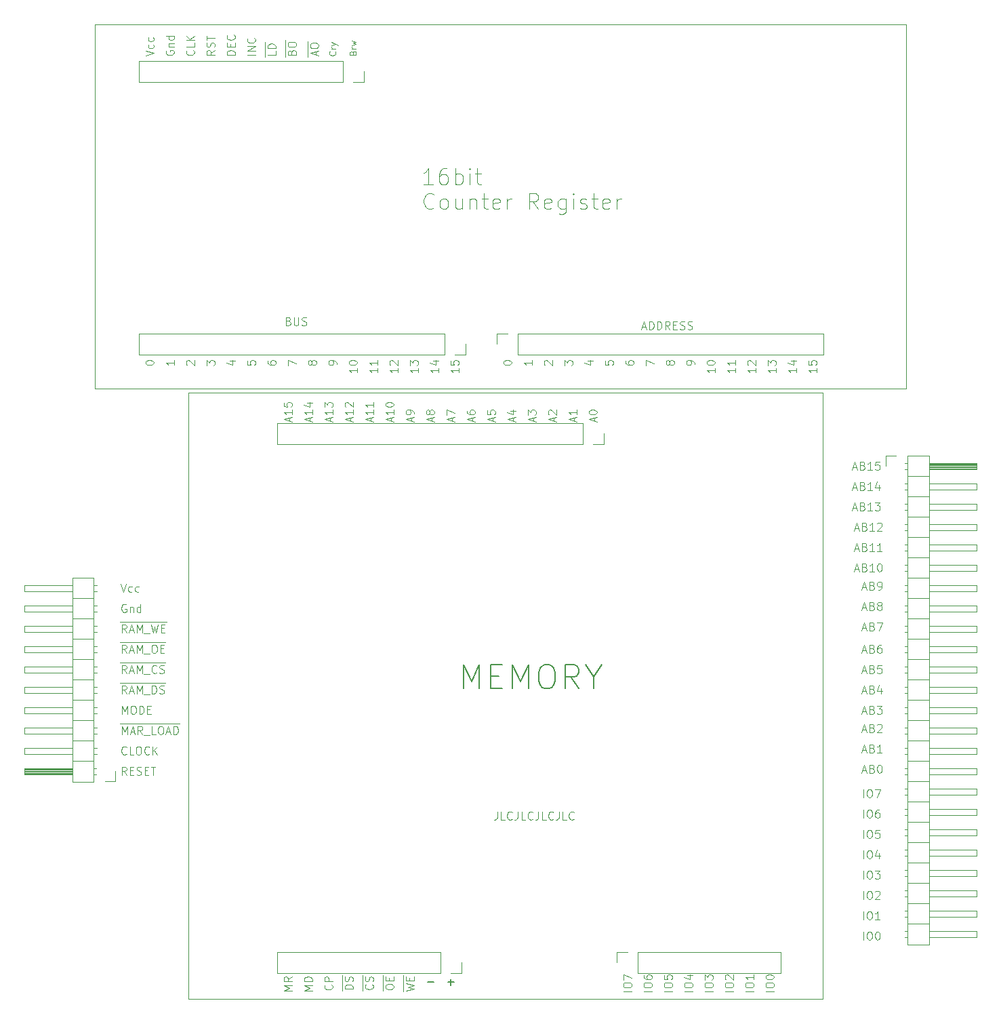
<source format=gbr>
%TF.GenerationSoftware,KiCad,Pcbnew,(5.1.10-1-10_14)*%
%TF.CreationDate,2021-11-08T20:31:17-05:00*%
%TF.ProjectId,RAM-backplane,52414d2d-6261-4636-9b70-6c616e652e6b,rev?*%
%TF.SameCoordinates,Original*%
%TF.FileFunction,Legend,Top*%
%TF.FilePolarity,Positive*%
%FSLAX46Y46*%
G04 Gerber Fmt 4.6, Leading zero omitted, Abs format (unit mm)*
G04 Created by KiCad (PCBNEW (5.1.10-1-10_14)) date 2021-11-08 20:31:17*
%MOMM*%
%LPD*%
G01*
G04 APERTURE LIST*
%ADD10C,0.100000*%
%ADD11C,0.120000*%
%ADD12C,0.150000*%
%ADD13C,0.200000*%
G04 APERTURE END LIST*
D10*
X196070904Y-108656380D02*
X196070904Y-107656380D01*
X196737571Y-107656380D02*
X196928047Y-107656380D01*
X197023285Y-107704000D01*
X197118523Y-107799238D01*
X197166142Y-107989714D01*
X197166142Y-108323047D01*
X197118523Y-108513523D01*
X197023285Y-108608761D01*
X196928047Y-108656380D01*
X196737571Y-108656380D01*
X196642333Y-108608761D01*
X196547095Y-108513523D01*
X196499476Y-108323047D01*
X196499476Y-107989714D01*
X196547095Y-107799238D01*
X196642333Y-107704000D01*
X196737571Y-107656380D01*
X197785190Y-107656380D02*
X197880428Y-107656380D01*
X197975666Y-107704000D01*
X198023285Y-107751619D01*
X198070904Y-107846857D01*
X198118523Y-108037333D01*
X198118523Y-108275428D01*
X198070904Y-108465904D01*
X198023285Y-108561142D01*
X197975666Y-108608761D01*
X197880428Y-108656380D01*
X197785190Y-108656380D01*
X197689952Y-108608761D01*
X197642333Y-108561142D01*
X197594714Y-108465904D01*
X197547095Y-108275428D01*
X197547095Y-108037333D01*
X197594714Y-107846857D01*
X197642333Y-107751619D01*
X197689952Y-107704000D01*
X197785190Y-107656380D01*
X196070904Y-106116380D02*
X196070904Y-105116380D01*
X196737571Y-105116380D02*
X196928047Y-105116380D01*
X197023285Y-105164000D01*
X197118523Y-105259238D01*
X197166142Y-105449714D01*
X197166142Y-105783047D01*
X197118523Y-105973523D01*
X197023285Y-106068761D01*
X196928047Y-106116380D01*
X196737571Y-106116380D01*
X196642333Y-106068761D01*
X196547095Y-105973523D01*
X196499476Y-105783047D01*
X196499476Y-105449714D01*
X196547095Y-105259238D01*
X196642333Y-105164000D01*
X196737571Y-105116380D01*
X198118523Y-106116380D02*
X197547095Y-106116380D01*
X197832809Y-106116380D02*
X197832809Y-105116380D01*
X197737571Y-105259238D01*
X197642333Y-105354476D01*
X197547095Y-105402095D01*
X196070904Y-103576380D02*
X196070904Y-102576380D01*
X196737571Y-102576380D02*
X196928047Y-102576380D01*
X197023285Y-102624000D01*
X197118523Y-102719238D01*
X197166142Y-102909714D01*
X197166142Y-103243047D01*
X197118523Y-103433523D01*
X197023285Y-103528761D01*
X196928047Y-103576380D01*
X196737571Y-103576380D01*
X196642333Y-103528761D01*
X196547095Y-103433523D01*
X196499476Y-103243047D01*
X196499476Y-102909714D01*
X196547095Y-102719238D01*
X196642333Y-102624000D01*
X196737571Y-102576380D01*
X197547095Y-102671619D02*
X197594714Y-102624000D01*
X197689952Y-102576380D01*
X197928047Y-102576380D01*
X198023285Y-102624000D01*
X198070904Y-102671619D01*
X198118523Y-102766857D01*
X198118523Y-102862095D01*
X198070904Y-103004952D01*
X197499476Y-103576380D01*
X198118523Y-103576380D01*
X196070904Y-101036380D02*
X196070904Y-100036380D01*
X196737571Y-100036380D02*
X196928047Y-100036380D01*
X197023285Y-100084000D01*
X197118523Y-100179238D01*
X197166142Y-100369714D01*
X197166142Y-100703047D01*
X197118523Y-100893523D01*
X197023285Y-100988761D01*
X196928047Y-101036380D01*
X196737571Y-101036380D01*
X196642333Y-100988761D01*
X196547095Y-100893523D01*
X196499476Y-100703047D01*
X196499476Y-100369714D01*
X196547095Y-100179238D01*
X196642333Y-100084000D01*
X196737571Y-100036380D01*
X197499476Y-100036380D02*
X198118523Y-100036380D01*
X197785190Y-100417333D01*
X197928047Y-100417333D01*
X198023285Y-100464952D01*
X198070904Y-100512571D01*
X198118523Y-100607809D01*
X198118523Y-100845904D01*
X198070904Y-100941142D01*
X198023285Y-100988761D01*
X197928047Y-101036380D01*
X197642333Y-101036380D01*
X197547095Y-100988761D01*
X197499476Y-100941142D01*
X196070904Y-98496380D02*
X196070904Y-97496380D01*
X196737571Y-97496380D02*
X196928047Y-97496380D01*
X197023285Y-97544000D01*
X197118523Y-97639238D01*
X197166142Y-97829714D01*
X197166142Y-98163047D01*
X197118523Y-98353523D01*
X197023285Y-98448761D01*
X196928047Y-98496380D01*
X196737571Y-98496380D01*
X196642333Y-98448761D01*
X196547095Y-98353523D01*
X196499476Y-98163047D01*
X196499476Y-97829714D01*
X196547095Y-97639238D01*
X196642333Y-97544000D01*
X196737571Y-97496380D01*
X198023285Y-97829714D02*
X198023285Y-98496380D01*
X197785190Y-97448761D02*
X197547095Y-98163047D01*
X198166142Y-98163047D01*
X196070904Y-95956380D02*
X196070904Y-94956380D01*
X196737571Y-94956380D02*
X196928047Y-94956380D01*
X197023285Y-95004000D01*
X197118523Y-95099238D01*
X197166142Y-95289714D01*
X197166142Y-95623047D01*
X197118523Y-95813523D01*
X197023285Y-95908761D01*
X196928047Y-95956380D01*
X196737571Y-95956380D01*
X196642333Y-95908761D01*
X196547095Y-95813523D01*
X196499476Y-95623047D01*
X196499476Y-95289714D01*
X196547095Y-95099238D01*
X196642333Y-95004000D01*
X196737571Y-94956380D01*
X198070904Y-94956380D02*
X197594714Y-94956380D01*
X197547095Y-95432571D01*
X197594714Y-95384952D01*
X197689952Y-95337333D01*
X197928047Y-95337333D01*
X198023285Y-95384952D01*
X198070904Y-95432571D01*
X198118523Y-95527809D01*
X198118523Y-95765904D01*
X198070904Y-95861142D01*
X198023285Y-95908761D01*
X197928047Y-95956380D01*
X197689952Y-95956380D01*
X197594714Y-95908761D01*
X197547095Y-95861142D01*
X196070904Y-93416380D02*
X196070904Y-92416380D01*
X196737571Y-92416380D02*
X196928047Y-92416380D01*
X197023285Y-92464000D01*
X197118523Y-92559238D01*
X197166142Y-92749714D01*
X197166142Y-93083047D01*
X197118523Y-93273523D01*
X197023285Y-93368761D01*
X196928047Y-93416380D01*
X196737571Y-93416380D01*
X196642333Y-93368761D01*
X196547095Y-93273523D01*
X196499476Y-93083047D01*
X196499476Y-92749714D01*
X196547095Y-92559238D01*
X196642333Y-92464000D01*
X196737571Y-92416380D01*
X198023285Y-92416380D02*
X197832809Y-92416380D01*
X197737571Y-92464000D01*
X197689952Y-92511619D01*
X197594714Y-92654476D01*
X197547095Y-92844952D01*
X197547095Y-93225904D01*
X197594714Y-93321142D01*
X197642333Y-93368761D01*
X197737571Y-93416380D01*
X197928047Y-93416380D01*
X198023285Y-93368761D01*
X198070904Y-93321142D01*
X198118523Y-93225904D01*
X198118523Y-92987809D01*
X198070904Y-92892571D01*
X198023285Y-92844952D01*
X197928047Y-92797333D01*
X197737571Y-92797333D01*
X197642333Y-92844952D01*
X197594714Y-92892571D01*
X197547095Y-92987809D01*
X196070904Y-90876380D02*
X196070904Y-89876380D01*
X196737571Y-89876380D02*
X196928047Y-89876380D01*
X197023285Y-89924000D01*
X197118523Y-90019238D01*
X197166142Y-90209714D01*
X197166142Y-90543047D01*
X197118523Y-90733523D01*
X197023285Y-90828761D01*
X196928047Y-90876380D01*
X196737571Y-90876380D01*
X196642333Y-90828761D01*
X196547095Y-90733523D01*
X196499476Y-90543047D01*
X196499476Y-90209714D01*
X196547095Y-90019238D01*
X196642333Y-89924000D01*
X196737571Y-89876380D01*
X197499476Y-89876380D02*
X198166142Y-89876380D01*
X197737571Y-90876380D01*
X195943952Y-85002666D02*
X196420142Y-85002666D01*
X195848714Y-85288380D02*
X196182047Y-84288380D01*
X196515380Y-85288380D01*
X197182047Y-84764571D02*
X197324904Y-84812190D01*
X197372523Y-84859809D01*
X197420142Y-84955047D01*
X197420142Y-85097904D01*
X197372523Y-85193142D01*
X197324904Y-85240761D01*
X197229666Y-85288380D01*
X196848714Y-85288380D01*
X196848714Y-84288380D01*
X197182047Y-84288380D01*
X197277285Y-84336000D01*
X197324904Y-84383619D01*
X197372523Y-84478857D01*
X197372523Y-84574095D01*
X197324904Y-84669333D01*
X197277285Y-84716952D01*
X197182047Y-84764571D01*
X196848714Y-84764571D01*
X198372523Y-85288380D02*
X197801095Y-85288380D01*
X198086809Y-85288380D02*
X198086809Y-84288380D01*
X197991571Y-84431238D01*
X197896333Y-84526476D01*
X197801095Y-84574095D01*
X195943952Y-82462666D02*
X196420142Y-82462666D01*
X195848714Y-82748380D02*
X196182047Y-81748380D01*
X196515380Y-82748380D01*
X197182047Y-82224571D02*
X197324904Y-82272190D01*
X197372523Y-82319809D01*
X197420142Y-82415047D01*
X197420142Y-82557904D01*
X197372523Y-82653142D01*
X197324904Y-82700761D01*
X197229666Y-82748380D01*
X196848714Y-82748380D01*
X196848714Y-81748380D01*
X197182047Y-81748380D01*
X197277285Y-81796000D01*
X197324904Y-81843619D01*
X197372523Y-81938857D01*
X197372523Y-82034095D01*
X197324904Y-82129333D01*
X197277285Y-82176952D01*
X197182047Y-82224571D01*
X196848714Y-82224571D01*
X197801095Y-81843619D02*
X197848714Y-81796000D01*
X197943952Y-81748380D01*
X198182047Y-81748380D01*
X198277285Y-81796000D01*
X198324904Y-81843619D01*
X198372523Y-81938857D01*
X198372523Y-82034095D01*
X198324904Y-82176952D01*
X197753476Y-82748380D01*
X198372523Y-82748380D01*
X195943952Y-87542666D02*
X196420142Y-87542666D01*
X195848714Y-87828380D02*
X196182047Y-86828380D01*
X196515380Y-87828380D01*
X197182047Y-87304571D02*
X197324904Y-87352190D01*
X197372523Y-87399809D01*
X197420142Y-87495047D01*
X197420142Y-87637904D01*
X197372523Y-87733142D01*
X197324904Y-87780761D01*
X197229666Y-87828380D01*
X196848714Y-87828380D01*
X196848714Y-86828380D01*
X197182047Y-86828380D01*
X197277285Y-86876000D01*
X197324904Y-86923619D01*
X197372523Y-87018857D01*
X197372523Y-87114095D01*
X197324904Y-87209333D01*
X197277285Y-87256952D01*
X197182047Y-87304571D01*
X196848714Y-87304571D01*
X198039190Y-86828380D02*
X198134428Y-86828380D01*
X198229666Y-86876000D01*
X198277285Y-86923619D01*
X198324904Y-87018857D01*
X198372523Y-87209333D01*
X198372523Y-87447428D01*
X198324904Y-87637904D01*
X198277285Y-87733142D01*
X198229666Y-87780761D01*
X198134428Y-87828380D01*
X198039190Y-87828380D01*
X197943952Y-87780761D01*
X197896333Y-87733142D01*
X197848714Y-87637904D01*
X197801095Y-87447428D01*
X197801095Y-87209333D01*
X197848714Y-87018857D01*
X197896333Y-86923619D01*
X197943952Y-86876000D01*
X198039190Y-86828380D01*
X195943952Y-80176666D02*
X196420142Y-80176666D01*
X195848714Y-80462380D02*
X196182047Y-79462380D01*
X196515380Y-80462380D01*
X197182047Y-79938571D02*
X197324904Y-79986190D01*
X197372523Y-80033809D01*
X197420142Y-80129047D01*
X197420142Y-80271904D01*
X197372523Y-80367142D01*
X197324904Y-80414761D01*
X197229666Y-80462380D01*
X196848714Y-80462380D01*
X196848714Y-79462380D01*
X197182047Y-79462380D01*
X197277285Y-79510000D01*
X197324904Y-79557619D01*
X197372523Y-79652857D01*
X197372523Y-79748095D01*
X197324904Y-79843333D01*
X197277285Y-79890952D01*
X197182047Y-79938571D01*
X196848714Y-79938571D01*
X197753476Y-79462380D02*
X198372523Y-79462380D01*
X198039190Y-79843333D01*
X198182047Y-79843333D01*
X198277285Y-79890952D01*
X198324904Y-79938571D01*
X198372523Y-80033809D01*
X198372523Y-80271904D01*
X198324904Y-80367142D01*
X198277285Y-80414761D01*
X198182047Y-80462380D01*
X197896333Y-80462380D01*
X197801095Y-80414761D01*
X197753476Y-80367142D01*
X195943952Y-75096666D02*
X196420142Y-75096666D01*
X195848714Y-75382380D02*
X196182047Y-74382380D01*
X196515380Y-75382380D01*
X197182047Y-74858571D02*
X197324904Y-74906190D01*
X197372523Y-74953809D01*
X197420142Y-75049047D01*
X197420142Y-75191904D01*
X197372523Y-75287142D01*
X197324904Y-75334761D01*
X197229666Y-75382380D01*
X196848714Y-75382380D01*
X196848714Y-74382380D01*
X197182047Y-74382380D01*
X197277285Y-74430000D01*
X197324904Y-74477619D01*
X197372523Y-74572857D01*
X197372523Y-74668095D01*
X197324904Y-74763333D01*
X197277285Y-74810952D01*
X197182047Y-74858571D01*
X196848714Y-74858571D01*
X198324904Y-74382380D02*
X197848714Y-74382380D01*
X197801095Y-74858571D01*
X197848714Y-74810952D01*
X197943952Y-74763333D01*
X198182047Y-74763333D01*
X198277285Y-74810952D01*
X198324904Y-74858571D01*
X198372523Y-74953809D01*
X198372523Y-75191904D01*
X198324904Y-75287142D01*
X198277285Y-75334761D01*
X198182047Y-75382380D01*
X197943952Y-75382380D01*
X197848714Y-75334761D01*
X197801095Y-75287142D01*
X195943952Y-72556666D02*
X196420142Y-72556666D01*
X195848714Y-72842380D02*
X196182047Y-71842380D01*
X196515380Y-72842380D01*
X197182047Y-72318571D02*
X197324904Y-72366190D01*
X197372523Y-72413809D01*
X197420142Y-72509047D01*
X197420142Y-72651904D01*
X197372523Y-72747142D01*
X197324904Y-72794761D01*
X197229666Y-72842380D01*
X196848714Y-72842380D01*
X196848714Y-71842380D01*
X197182047Y-71842380D01*
X197277285Y-71890000D01*
X197324904Y-71937619D01*
X197372523Y-72032857D01*
X197372523Y-72128095D01*
X197324904Y-72223333D01*
X197277285Y-72270952D01*
X197182047Y-72318571D01*
X196848714Y-72318571D01*
X198277285Y-71842380D02*
X198086809Y-71842380D01*
X197991571Y-71890000D01*
X197943952Y-71937619D01*
X197848714Y-72080476D01*
X197801095Y-72270952D01*
X197801095Y-72651904D01*
X197848714Y-72747142D01*
X197896333Y-72794761D01*
X197991571Y-72842380D01*
X198182047Y-72842380D01*
X198277285Y-72794761D01*
X198324904Y-72747142D01*
X198372523Y-72651904D01*
X198372523Y-72413809D01*
X198324904Y-72318571D01*
X198277285Y-72270952D01*
X198182047Y-72223333D01*
X197991571Y-72223333D01*
X197896333Y-72270952D01*
X197848714Y-72318571D01*
X197801095Y-72413809D01*
X195943952Y-77636666D02*
X196420142Y-77636666D01*
X195848714Y-77922380D02*
X196182047Y-76922380D01*
X196515380Y-77922380D01*
X197182047Y-77398571D02*
X197324904Y-77446190D01*
X197372523Y-77493809D01*
X197420142Y-77589047D01*
X197420142Y-77731904D01*
X197372523Y-77827142D01*
X197324904Y-77874761D01*
X197229666Y-77922380D01*
X196848714Y-77922380D01*
X196848714Y-76922380D01*
X197182047Y-76922380D01*
X197277285Y-76970000D01*
X197324904Y-77017619D01*
X197372523Y-77112857D01*
X197372523Y-77208095D01*
X197324904Y-77303333D01*
X197277285Y-77350952D01*
X197182047Y-77398571D01*
X196848714Y-77398571D01*
X198277285Y-77255714D02*
X198277285Y-77922380D01*
X198039190Y-76874761D02*
X197801095Y-77589047D01*
X198420142Y-77589047D01*
X195943952Y-64682666D02*
X196420142Y-64682666D01*
X195848714Y-64968380D02*
X196182047Y-63968380D01*
X196515380Y-64968380D01*
X197182047Y-64444571D02*
X197324904Y-64492190D01*
X197372523Y-64539809D01*
X197420142Y-64635047D01*
X197420142Y-64777904D01*
X197372523Y-64873142D01*
X197324904Y-64920761D01*
X197229666Y-64968380D01*
X196848714Y-64968380D01*
X196848714Y-63968380D01*
X197182047Y-63968380D01*
X197277285Y-64016000D01*
X197324904Y-64063619D01*
X197372523Y-64158857D01*
X197372523Y-64254095D01*
X197324904Y-64349333D01*
X197277285Y-64396952D01*
X197182047Y-64444571D01*
X196848714Y-64444571D01*
X197896333Y-64968380D02*
X198086809Y-64968380D01*
X198182047Y-64920761D01*
X198229666Y-64873142D01*
X198324904Y-64730285D01*
X198372523Y-64539809D01*
X198372523Y-64158857D01*
X198324904Y-64063619D01*
X198277285Y-64016000D01*
X198182047Y-63968380D01*
X197991571Y-63968380D01*
X197896333Y-64016000D01*
X197848714Y-64063619D01*
X197801095Y-64158857D01*
X197801095Y-64396952D01*
X197848714Y-64492190D01*
X197896333Y-64539809D01*
X197991571Y-64587428D01*
X198182047Y-64587428D01*
X198277285Y-64539809D01*
X198324904Y-64492190D01*
X198372523Y-64396952D01*
X195943952Y-69762666D02*
X196420142Y-69762666D01*
X195848714Y-70048380D02*
X196182047Y-69048380D01*
X196515380Y-70048380D01*
X197182047Y-69524571D02*
X197324904Y-69572190D01*
X197372523Y-69619809D01*
X197420142Y-69715047D01*
X197420142Y-69857904D01*
X197372523Y-69953142D01*
X197324904Y-70000761D01*
X197229666Y-70048380D01*
X196848714Y-70048380D01*
X196848714Y-69048380D01*
X197182047Y-69048380D01*
X197277285Y-69096000D01*
X197324904Y-69143619D01*
X197372523Y-69238857D01*
X197372523Y-69334095D01*
X197324904Y-69429333D01*
X197277285Y-69476952D01*
X197182047Y-69524571D01*
X196848714Y-69524571D01*
X197753476Y-69048380D02*
X198420142Y-69048380D01*
X197991571Y-70048380D01*
X195943952Y-67222666D02*
X196420142Y-67222666D01*
X195848714Y-67508380D02*
X196182047Y-66508380D01*
X196515380Y-67508380D01*
X197182047Y-66984571D02*
X197324904Y-67032190D01*
X197372523Y-67079809D01*
X197420142Y-67175047D01*
X197420142Y-67317904D01*
X197372523Y-67413142D01*
X197324904Y-67460761D01*
X197229666Y-67508380D01*
X196848714Y-67508380D01*
X196848714Y-66508380D01*
X197182047Y-66508380D01*
X197277285Y-66556000D01*
X197324904Y-66603619D01*
X197372523Y-66698857D01*
X197372523Y-66794095D01*
X197324904Y-66889333D01*
X197277285Y-66936952D01*
X197182047Y-66984571D01*
X196848714Y-66984571D01*
X197991571Y-66936952D02*
X197896333Y-66889333D01*
X197848714Y-66841714D01*
X197801095Y-66746476D01*
X197801095Y-66698857D01*
X197848714Y-66603619D01*
X197896333Y-66556000D01*
X197991571Y-66508380D01*
X198182047Y-66508380D01*
X198277285Y-66556000D01*
X198324904Y-66603619D01*
X198372523Y-66698857D01*
X198372523Y-66746476D01*
X198324904Y-66841714D01*
X198277285Y-66889333D01*
X198182047Y-66936952D01*
X197991571Y-66936952D01*
X197896333Y-66984571D01*
X197848714Y-67032190D01*
X197801095Y-67127428D01*
X197801095Y-67317904D01*
X197848714Y-67413142D01*
X197896333Y-67460761D01*
X197991571Y-67508380D01*
X198182047Y-67508380D01*
X198277285Y-67460761D01*
X198324904Y-67413142D01*
X198372523Y-67317904D01*
X198372523Y-67127428D01*
X198324904Y-67032190D01*
X198277285Y-66984571D01*
X198182047Y-66936952D01*
X194991571Y-57316666D02*
X195467761Y-57316666D01*
X194896333Y-57602380D02*
X195229666Y-56602380D01*
X195563000Y-57602380D01*
X196229666Y-57078571D02*
X196372523Y-57126190D01*
X196420142Y-57173809D01*
X196467761Y-57269047D01*
X196467761Y-57411904D01*
X196420142Y-57507142D01*
X196372523Y-57554761D01*
X196277285Y-57602380D01*
X195896333Y-57602380D01*
X195896333Y-56602380D01*
X196229666Y-56602380D01*
X196324904Y-56650000D01*
X196372523Y-56697619D01*
X196420142Y-56792857D01*
X196420142Y-56888095D01*
X196372523Y-56983333D01*
X196324904Y-57030952D01*
X196229666Y-57078571D01*
X195896333Y-57078571D01*
X197420142Y-57602380D02*
X196848714Y-57602380D01*
X197134428Y-57602380D02*
X197134428Y-56602380D01*
X197039190Y-56745238D01*
X196943952Y-56840476D01*
X196848714Y-56888095D01*
X197801095Y-56697619D02*
X197848714Y-56650000D01*
X197943952Y-56602380D01*
X198182047Y-56602380D01*
X198277285Y-56650000D01*
X198324904Y-56697619D01*
X198372523Y-56792857D01*
X198372523Y-56888095D01*
X198324904Y-57030952D01*
X197753476Y-57602380D01*
X198372523Y-57602380D01*
X194991571Y-59856666D02*
X195467761Y-59856666D01*
X194896333Y-60142380D02*
X195229666Y-59142380D01*
X195563000Y-60142380D01*
X196229666Y-59618571D02*
X196372523Y-59666190D01*
X196420142Y-59713809D01*
X196467761Y-59809047D01*
X196467761Y-59951904D01*
X196420142Y-60047142D01*
X196372523Y-60094761D01*
X196277285Y-60142380D01*
X195896333Y-60142380D01*
X195896333Y-59142380D01*
X196229666Y-59142380D01*
X196324904Y-59190000D01*
X196372523Y-59237619D01*
X196420142Y-59332857D01*
X196420142Y-59428095D01*
X196372523Y-59523333D01*
X196324904Y-59570952D01*
X196229666Y-59618571D01*
X195896333Y-59618571D01*
X197420142Y-60142380D02*
X196848714Y-60142380D01*
X197134428Y-60142380D02*
X197134428Y-59142380D01*
X197039190Y-59285238D01*
X196943952Y-59380476D01*
X196848714Y-59428095D01*
X198372523Y-60142380D02*
X197801095Y-60142380D01*
X198086809Y-60142380D02*
X198086809Y-59142380D01*
X197991571Y-59285238D01*
X197896333Y-59380476D01*
X197801095Y-59428095D01*
X194991571Y-62396666D02*
X195467761Y-62396666D01*
X194896333Y-62682380D02*
X195229666Y-61682380D01*
X195563000Y-62682380D01*
X196229666Y-62158571D02*
X196372523Y-62206190D01*
X196420142Y-62253809D01*
X196467761Y-62349047D01*
X196467761Y-62491904D01*
X196420142Y-62587142D01*
X196372523Y-62634761D01*
X196277285Y-62682380D01*
X195896333Y-62682380D01*
X195896333Y-61682380D01*
X196229666Y-61682380D01*
X196324904Y-61730000D01*
X196372523Y-61777619D01*
X196420142Y-61872857D01*
X196420142Y-61968095D01*
X196372523Y-62063333D01*
X196324904Y-62110952D01*
X196229666Y-62158571D01*
X195896333Y-62158571D01*
X197420142Y-62682380D02*
X196848714Y-62682380D01*
X197134428Y-62682380D02*
X197134428Y-61682380D01*
X197039190Y-61825238D01*
X196943952Y-61920476D01*
X196848714Y-61968095D01*
X198039190Y-61682380D02*
X198134428Y-61682380D01*
X198229666Y-61730000D01*
X198277285Y-61777619D01*
X198324904Y-61872857D01*
X198372523Y-62063333D01*
X198372523Y-62301428D01*
X198324904Y-62491904D01*
X198277285Y-62587142D01*
X198229666Y-62634761D01*
X198134428Y-62682380D01*
X198039190Y-62682380D01*
X197943952Y-62634761D01*
X197896333Y-62587142D01*
X197848714Y-62491904D01*
X197801095Y-62301428D01*
X197801095Y-62063333D01*
X197848714Y-61872857D01*
X197896333Y-61777619D01*
X197943952Y-61730000D01*
X198039190Y-61682380D01*
X194737571Y-54776666D02*
X195213761Y-54776666D01*
X194642333Y-55062380D02*
X194975666Y-54062380D01*
X195309000Y-55062380D01*
X195975666Y-54538571D02*
X196118523Y-54586190D01*
X196166142Y-54633809D01*
X196213761Y-54729047D01*
X196213761Y-54871904D01*
X196166142Y-54967142D01*
X196118523Y-55014761D01*
X196023285Y-55062380D01*
X195642333Y-55062380D01*
X195642333Y-54062380D01*
X195975666Y-54062380D01*
X196070904Y-54110000D01*
X196118523Y-54157619D01*
X196166142Y-54252857D01*
X196166142Y-54348095D01*
X196118523Y-54443333D01*
X196070904Y-54490952D01*
X195975666Y-54538571D01*
X195642333Y-54538571D01*
X197166142Y-55062380D02*
X196594714Y-55062380D01*
X196880428Y-55062380D02*
X196880428Y-54062380D01*
X196785190Y-54205238D01*
X196689952Y-54300476D01*
X196594714Y-54348095D01*
X197499476Y-54062380D02*
X198118523Y-54062380D01*
X197785190Y-54443333D01*
X197928047Y-54443333D01*
X198023285Y-54490952D01*
X198070904Y-54538571D01*
X198118523Y-54633809D01*
X198118523Y-54871904D01*
X198070904Y-54967142D01*
X198023285Y-55014761D01*
X197928047Y-55062380D01*
X197642333Y-55062380D01*
X197547095Y-55014761D01*
X197499476Y-54967142D01*
X194737571Y-52236666D02*
X195213761Y-52236666D01*
X194642333Y-52522380D02*
X194975666Y-51522380D01*
X195309000Y-52522380D01*
X195975666Y-51998571D02*
X196118523Y-52046190D01*
X196166142Y-52093809D01*
X196213761Y-52189047D01*
X196213761Y-52331904D01*
X196166142Y-52427142D01*
X196118523Y-52474761D01*
X196023285Y-52522380D01*
X195642333Y-52522380D01*
X195642333Y-51522380D01*
X195975666Y-51522380D01*
X196070904Y-51570000D01*
X196118523Y-51617619D01*
X196166142Y-51712857D01*
X196166142Y-51808095D01*
X196118523Y-51903333D01*
X196070904Y-51950952D01*
X195975666Y-51998571D01*
X195642333Y-51998571D01*
X197166142Y-52522380D02*
X196594714Y-52522380D01*
X196880428Y-52522380D02*
X196880428Y-51522380D01*
X196785190Y-51665238D01*
X196689952Y-51760476D01*
X196594714Y-51808095D01*
X198023285Y-51855714D02*
X198023285Y-52522380D01*
X197785190Y-51474761D02*
X197547095Y-52189047D01*
X198166142Y-52189047D01*
X194737571Y-49696666D02*
X195213761Y-49696666D01*
X194642333Y-49982380D02*
X194975666Y-48982380D01*
X195309000Y-49982380D01*
X195975666Y-49458571D02*
X196118523Y-49506190D01*
X196166142Y-49553809D01*
X196213761Y-49649047D01*
X196213761Y-49791904D01*
X196166142Y-49887142D01*
X196118523Y-49934761D01*
X196023285Y-49982380D01*
X195642333Y-49982380D01*
X195642333Y-48982380D01*
X195975666Y-48982380D01*
X196070904Y-49030000D01*
X196118523Y-49077619D01*
X196166142Y-49172857D01*
X196166142Y-49268095D01*
X196118523Y-49363333D01*
X196070904Y-49410952D01*
X195975666Y-49458571D01*
X195642333Y-49458571D01*
X197166142Y-49982380D02*
X196594714Y-49982380D01*
X196880428Y-49982380D02*
X196880428Y-48982380D01*
X196785190Y-49125238D01*
X196689952Y-49220476D01*
X196594714Y-49268095D01*
X198070904Y-48982380D02*
X197594714Y-48982380D01*
X197547095Y-49458571D01*
X197594714Y-49410952D01*
X197689952Y-49363333D01*
X197928047Y-49363333D01*
X198023285Y-49410952D01*
X198070904Y-49458571D01*
X198118523Y-49553809D01*
X198118523Y-49791904D01*
X198070904Y-49887142D01*
X198023285Y-49934761D01*
X197928047Y-49982380D01*
X197689952Y-49982380D01*
X197594714Y-49934761D01*
X197547095Y-49887142D01*
D11*
X100076000Y5588000D02*
X100076000Y-39878000D01*
X201422000Y5588000D02*
X100076000Y5588000D01*
X201422000Y-39878000D02*
X201422000Y5588000D01*
X100076000Y-39878000D02*
X201422000Y-39878000D01*
X111760000Y-40386000D02*
X111760000Y-116078000D01*
X191008000Y-40386000D02*
X111760000Y-40386000D01*
X191008000Y-116078000D02*
X191008000Y-40386000D01*
X111760000Y-116078000D02*
X191008000Y-116078000D01*
D10*
X103998523Y-88082380D02*
X103665190Y-87606190D01*
X103427095Y-88082380D02*
X103427095Y-87082380D01*
X103808047Y-87082380D01*
X103903285Y-87130000D01*
X103950904Y-87177619D01*
X103998523Y-87272857D01*
X103998523Y-87415714D01*
X103950904Y-87510952D01*
X103903285Y-87558571D01*
X103808047Y-87606190D01*
X103427095Y-87606190D01*
X104427095Y-87558571D02*
X104760428Y-87558571D01*
X104903285Y-88082380D02*
X104427095Y-88082380D01*
X104427095Y-87082380D01*
X104903285Y-87082380D01*
X105284238Y-88034761D02*
X105427095Y-88082380D01*
X105665190Y-88082380D01*
X105760428Y-88034761D01*
X105808047Y-87987142D01*
X105855666Y-87891904D01*
X105855666Y-87796666D01*
X105808047Y-87701428D01*
X105760428Y-87653809D01*
X105665190Y-87606190D01*
X105474714Y-87558571D01*
X105379476Y-87510952D01*
X105331857Y-87463333D01*
X105284238Y-87368095D01*
X105284238Y-87272857D01*
X105331857Y-87177619D01*
X105379476Y-87130000D01*
X105474714Y-87082380D01*
X105712809Y-87082380D01*
X105855666Y-87130000D01*
X106284238Y-87558571D02*
X106617571Y-87558571D01*
X106760428Y-88082380D02*
X106284238Y-88082380D01*
X106284238Y-87082380D01*
X106760428Y-87082380D01*
X107046142Y-87082380D02*
X107617571Y-87082380D01*
X107331857Y-88082380D02*
X107331857Y-87082380D01*
X103189000Y-81700000D02*
X104331857Y-81700000D01*
X103427095Y-83002380D02*
X103427095Y-82002380D01*
X103760428Y-82716666D01*
X104093761Y-82002380D01*
X104093761Y-83002380D01*
X104331857Y-81700000D02*
X105189000Y-81700000D01*
X104522333Y-82716666D02*
X104998523Y-82716666D01*
X104427095Y-83002380D02*
X104760428Y-82002380D01*
X105093761Y-83002380D01*
X105189000Y-81700000D02*
X106189000Y-81700000D01*
X105998523Y-83002380D02*
X105665190Y-82526190D01*
X105427095Y-83002380D02*
X105427095Y-82002380D01*
X105808047Y-82002380D01*
X105903285Y-82050000D01*
X105950904Y-82097619D01*
X105998523Y-82192857D01*
X105998523Y-82335714D01*
X105950904Y-82430952D01*
X105903285Y-82478571D01*
X105808047Y-82526190D01*
X105427095Y-82526190D01*
X106189000Y-81700000D02*
X106950904Y-81700000D01*
X106189000Y-83097619D02*
X106950904Y-83097619D01*
X106950904Y-81700000D02*
X107760428Y-81700000D01*
X107665190Y-83002380D02*
X107189000Y-83002380D01*
X107189000Y-82002380D01*
X107760428Y-81700000D02*
X108808047Y-81700000D01*
X108189000Y-82002380D02*
X108379476Y-82002380D01*
X108474714Y-82050000D01*
X108569952Y-82145238D01*
X108617571Y-82335714D01*
X108617571Y-82669047D01*
X108569952Y-82859523D01*
X108474714Y-82954761D01*
X108379476Y-83002380D01*
X108189000Y-83002380D01*
X108093761Y-82954761D01*
X107998523Y-82859523D01*
X107950904Y-82669047D01*
X107950904Y-82335714D01*
X107998523Y-82145238D01*
X108093761Y-82050000D01*
X108189000Y-82002380D01*
X108808047Y-81700000D02*
X109665190Y-81700000D01*
X108998523Y-82716666D02*
X109474714Y-82716666D01*
X108903285Y-83002380D02*
X109236619Y-82002380D01*
X109569952Y-83002380D01*
X109665190Y-81700000D02*
X110665190Y-81700000D01*
X109903285Y-83002380D02*
X109903285Y-82002380D01*
X110141380Y-82002380D01*
X110284238Y-82050000D01*
X110379476Y-82145238D01*
X110427095Y-82240476D01*
X110474714Y-82430952D01*
X110474714Y-82573809D01*
X110427095Y-82764285D01*
X110379476Y-82859523D01*
X110284238Y-82954761D01*
X110141380Y-83002380D01*
X109903285Y-83002380D01*
X103427095Y-80462380D02*
X103427095Y-79462380D01*
X103760428Y-80176666D01*
X104093761Y-79462380D01*
X104093761Y-80462380D01*
X104760428Y-79462380D02*
X104950904Y-79462380D01*
X105046142Y-79510000D01*
X105141380Y-79605238D01*
X105189000Y-79795714D01*
X105189000Y-80129047D01*
X105141380Y-80319523D01*
X105046142Y-80414761D01*
X104950904Y-80462380D01*
X104760428Y-80462380D01*
X104665190Y-80414761D01*
X104569952Y-80319523D01*
X104522333Y-80129047D01*
X104522333Y-79795714D01*
X104569952Y-79605238D01*
X104665190Y-79510000D01*
X104760428Y-79462380D01*
X105617571Y-80462380D02*
X105617571Y-79462380D01*
X105855666Y-79462380D01*
X105998523Y-79510000D01*
X106093761Y-79605238D01*
X106141380Y-79700476D01*
X106189000Y-79890952D01*
X106189000Y-80033809D01*
X106141380Y-80224285D01*
X106093761Y-80319523D01*
X105998523Y-80414761D01*
X105855666Y-80462380D01*
X105617571Y-80462380D01*
X106617571Y-79938571D02*
X106950904Y-79938571D01*
X107093761Y-80462380D02*
X106617571Y-80462380D01*
X106617571Y-79462380D01*
X107093761Y-79462380D01*
X103998523Y-85447142D02*
X103950904Y-85494761D01*
X103808047Y-85542380D01*
X103712809Y-85542380D01*
X103569952Y-85494761D01*
X103474714Y-85399523D01*
X103427095Y-85304285D01*
X103379476Y-85113809D01*
X103379476Y-84970952D01*
X103427095Y-84780476D01*
X103474714Y-84685238D01*
X103569952Y-84590000D01*
X103712809Y-84542380D01*
X103808047Y-84542380D01*
X103950904Y-84590000D01*
X103998523Y-84637619D01*
X104903285Y-85542380D02*
X104427095Y-85542380D01*
X104427095Y-84542380D01*
X105427095Y-84542380D02*
X105617571Y-84542380D01*
X105712809Y-84590000D01*
X105808047Y-84685238D01*
X105855666Y-84875714D01*
X105855666Y-85209047D01*
X105808047Y-85399523D01*
X105712809Y-85494761D01*
X105617571Y-85542380D01*
X105427095Y-85542380D01*
X105331857Y-85494761D01*
X105236619Y-85399523D01*
X105189000Y-85209047D01*
X105189000Y-84875714D01*
X105236619Y-84685238D01*
X105331857Y-84590000D01*
X105427095Y-84542380D01*
X106855666Y-85447142D02*
X106808047Y-85494761D01*
X106665190Y-85542380D01*
X106569952Y-85542380D01*
X106427095Y-85494761D01*
X106331857Y-85399523D01*
X106284238Y-85304285D01*
X106236619Y-85113809D01*
X106236619Y-84970952D01*
X106284238Y-84780476D01*
X106331857Y-84685238D01*
X106427095Y-84590000D01*
X106569952Y-84542380D01*
X106665190Y-84542380D01*
X106808047Y-84590000D01*
X106855666Y-84637619D01*
X107284238Y-85542380D02*
X107284238Y-84542380D01*
X107855666Y-85542380D02*
X107427095Y-84970952D01*
X107855666Y-84542380D02*
X107284238Y-85113809D01*
X103189000Y-76620000D02*
X104189000Y-76620000D01*
X103998523Y-77922380D02*
X103665190Y-77446190D01*
X103427095Y-77922380D02*
X103427095Y-76922380D01*
X103808047Y-76922380D01*
X103903285Y-76970000D01*
X103950904Y-77017619D01*
X103998523Y-77112857D01*
X103998523Y-77255714D01*
X103950904Y-77350952D01*
X103903285Y-77398571D01*
X103808047Y-77446190D01*
X103427095Y-77446190D01*
X104189000Y-76620000D02*
X105046142Y-76620000D01*
X104379476Y-77636666D02*
X104855666Y-77636666D01*
X104284238Y-77922380D02*
X104617571Y-76922380D01*
X104950904Y-77922380D01*
X105046142Y-76620000D02*
X106189000Y-76620000D01*
X105284238Y-77922380D02*
X105284238Y-76922380D01*
X105617571Y-77636666D01*
X105950904Y-76922380D01*
X105950904Y-77922380D01*
X106189000Y-76620000D02*
X106950904Y-76620000D01*
X106189000Y-78017619D02*
X106950904Y-78017619D01*
X106950904Y-76620000D02*
X107950904Y-76620000D01*
X107189000Y-77922380D02*
X107189000Y-76922380D01*
X107427095Y-76922380D01*
X107569952Y-76970000D01*
X107665190Y-77065238D01*
X107712809Y-77160476D01*
X107760428Y-77350952D01*
X107760428Y-77493809D01*
X107712809Y-77684285D01*
X107665190Y-77779523D01*
X107569952Y-77874761D01*
X107427095Y-77922380D01*
X107189000Y-77922380D01*
X107950904Y-76620000D02*
X108903285Y-76620000D01*
X108141380Y-77874761D02*
X108284238Y-77922380D01*
X108522333Y-77922380D01*
X108617571Y-77874761D01*
X108665190Y-77827142D01*
X108712809Y-77731904D01*
X108712809Y-77636666D01*
X108665190Y-77541428D01*
X108617571Y-77493809D01*
X108522333Y-77446190D01*
X108331857Y-77398571D01*
X108236619Y-77350952D01*
X108189000Y-77303333D01*
X108141380Y-77208095D01*
X108141380Y-77112857D01*
X108189000Y-77017619D01*
X108236619Y-76970000D01*
X108331857Y-76922380D01*
X108569952Y-76922380D01*
X108712809Y-76970000D01*
X103189000Y-74080000D02*
X104189000Y-74080000D01*
X103998523Y-75382380D02*
X103665190Y-74906190D01*
X103427095Y-75382380D02*
X103427095Y-74382380D01*
X103808047Y-74382380D01*
X103903285Y-74430000D01*
X103950904Y-74477619D01*
X103998523Y-74572857D01*
X103998523Y-74715714D01*
X103950904Y-74810952D01*
X103903285Y-74858571D01*
X103808047Y-74906190D01*
X103427095Y-74906190D01*
X104189000Y-74080000D02*
X105046142Y-74080000D01*
X104379476Y-75096666D02*
X104855666Y-75096666D01*
X104284238Y-75382380D02*
X104617571Y-74382380D01*
X104950904Y-75382380D01*
X105046142Y-74080000D02*
X106189000Y-74080000D01*
X105284238Y-75382380D02*
X105284238Y-74382380D01*
X105617571Y-75096666D01*
X105950904Y-74382380D01*
X105950904Y-75382380D01*
X106189000Y-74080000D02*
X106950904Y-74080000D01*
X106189000Y-75477619D02*
X106950904Y-75477619D01*
X106950904Y-74080000D02*
X107950904Y-74080000D01*
X107760428Y-75287142D02*
X107712809Y-75334761D01*
X107569952Y-75382380D01*
X107474714Y-75382380D01*
X107331857Y-75334761D01*
X107236619Y-75239523D01*
X107189000Y-75144285D01*
X107141380Y-74953809D01*
X107141380Y-74810952D01*
X107189000Y-74620476D01*
X107236619Y-74525238D01*
X107331857Y-74430000D01*
X107474714Y-74382380D01*
X107569952Y-74382380D01*
X107712809Y-74430000D01*
X107760428Y-74477619D01*
X107950904Y-74080000D02*
X108903285Y-74080000D01*
X108141380Y-75334761D02*
X108284238Y-75382380D01*
X108522333Y-75382380D01*
X108617571Y-75334761D01*
X108665190Y-75287142D01*
X108712809Y-75191904D01*
X108712809Y-75096666D01*
X108665190Y-75001428D01*
X108617571Y-74953809D01*
X108522333Y-74906190D01*
X108331857Y-74858571D01*
X108236619Y-74810952D01*
X108189000Y-74763333D01*
X108141380Y-74668095D01*
X108141380Y-74572857D01*
X108189000Y-74477619D01*
X108236619Y-74430000D01*
X108331857Y-74382380D01*
X108569952Y-74382380D01*
X108712809Y-74430000D01*
X103189000Y-71540000D02*
X104189000Y-71540000D01*
X103998523Y-72842380D02*
X103665190Y-72366190D01*
X103427095Y-72842380D02*
X103427095Y-71842380D01*
X103808047Y-71842380D01*
X103903285Y-71890000D01*
X103950904Y-71937619D01*
X103998523Y-72032857D01*
X103998523Y-72175714D01*
X103950904Y-72270952D01*
X103903285Y-72318571D01*
X103808047Y-72366190D01*
X103427095Y-72366190D01*
X104189000Y-71540000D02*
X105046142Y-71540000D01*
X104379476Y-72556666D02*
X104855666Y-72556666D01*
X104284238Y-72842380D02*
X104617571Y-71842380D01*
X104950904Y-72842380D01*
X105046142Y-71540000D02*
X106189000Y-71540000D01*
X105284238Y-72842380D02*
X105284238Y-71842380D01*
X105617571Y-72556666D01*
X105950904Y-71842380D01*
X105950904Y-72842380D01*
X106189000Y-71540000D02*
X106950904Y-71540000D01*
X106189000Y-72937619D02*
X106950904Y-72937619D01*
X106950904Y-71540000D02*
X107998523Y-71540000D01*
X107379476Y-71842380D02*
X107569952Y-71842380D01*
X107665190Y-71890000D01*
X107760428Y-71985238D01*
X107808047Y-72175714D01*
X107808047Y-72509047D01*
X107760428Y-72699523D01*
X107665190Y-72794761D01*
X107569952Y-72842380D01*
X107379476Y-72842380D01*
X107284238Y-72794761D01*
X107189000Y-72699523D01*
X107141380Y-72509047D01*
X107141380Y-72175714D01*
X107189000Y-71985238D01*
X107284238Y-71890000D01*
X107379476Y-71842380D01*
X107998523Y-71540000D02*
X108903285Y-71540000D01*
X108236619Y-72318571D02*
X108569952Y-72318571D01*
X108712809Y-72842380D02*
X108236619Y-72842380D01*
X108236619Y-71842380D01*
X108712809Y-71842380D01*
X103189000Y-69000000D02*
X104189000Y-69000000D01*
X103998523Y-70302380D02*
X103665190Y-69826190D01*
X103427095Y-70302380D02*
X103427095Y-69302380D01*
X103808047Y-69302380D01*
X103903285Y-69350000D01*
X103950904Y-69397619D01*
X103998523Y-69492857D01*
X103998523Y-69635714D01*
X103950904Y-69730952D01*
X103903285Y-69778571D01*
X103808047Y-69826190D01*
X103427095Y-69826190D01*
X104189000Y-69000000D02*
X105046142Y-69000000D01*
X104379476Y-70016666D02*
X104855666Y-70016666D01*
X104284238Y-70302380D02*
X104617571Y-69302380D01*
X104950904Y-70302380D01*
X105046142Y-69000000D02*
X106189000Y-69000000D01*
X105284238Y-70302380D02*
X105284238Y-69302380D01*
X105617571Y-70016666D01*
X105950904Y-69302380D01*
X105950904Y-70302380D01*
X106189000Y-69000000D02*
X106950904Y-69000000D01*
X106189000Y-70397619D02*
X106950904Y-70397619D01*
X106950904Y-69000000D02*
X108093761Y-69000000D01*
X107093761Y-69302380D02*
X107331857Y-70302380D01*
X107522333Y-69588095D01*
X107712809Y-70302380D01*
X107950904Y-69302380D01*
X108093761Y-69000000D02*
X108998523Y-69000000D01*
X108331857Y-69778571D02*
X108665190Y-69778571D01*
X108808047Y-70302380D02*
X108331857Y-70302380D01*
X108331857Y-69302380D01*
X108808047Y-69302380D01*
X103950904Y-66810000D02*
X103855666Y-66762380D01*
X103712809Y-66762380D01*
X103569952Y-66810000D01*
X103474714Y-66905238D01*
X103427095Y-67000476D01*
X103379476Y-67190952D01*
X103379476Y-67333809D01*
X103427095Y-67524285D01*
X103474714Y-67619523D01*
X103569952Y-67714761D01*
X103712809Y-67762380D01*
X103808047Y-67762380D01*
X103950904Y-67714761D01*
X103998523Y-67667142D01*
X103998523Y-67333809D01*
X103808047Y-67333809D01*
X104427095Y-67095714D02*
X104427095Y-67762380D01*
X104427095Y-67190952D02*
X104474714Y-67143333D01*
X104569952Y-67095714D01*
X104712809Y-67095714D01*
X104808047Y-67143333D01*
X104855666Y-67238571D01*
X104855666Y-67762380D01*
X105760428Y-67762380D02*
X105760428Y-66762380D01*
X105760428Y-67714761D02*
X105665190Y-67762380D01*
X105474714Y-67762380D01*
X105379476Y-67714761D01*
X105331857Y-67667142D01*
X105284238Y-67571904D01*
X105284238Y-67286190D01*
X105331857Y-67190952D01*
X105379476Y-67143333D01*
X105474714Y-67095714D01*
X105665190Y-67095714D01*
X105760428Y-67143333D01*
X103284238Y-64222380D02*
X103617571Y-65222380D01*
X103950904Y-64222380D01*
X104712809Y-65174761D02*
X104617571Y-65222380D01*
X104427095Y-65222380D01*
X104331857Y-65174761D01*
X104284238Y-65127142D01*
X104236619Y-65031904D01*
X104236619Y-64746190D01*
X104284238Y-64650952D01*
X104331857Y-64603333D01*
X104427095Y-64555714D01*
X104617571Y-64555714D01*
X104712809Y-64603333D01*
X105569952Y-65174761D02*
X105474714Y-65222380D01*
X105284238Y-65222380D01*
X105189000Y-65174761D01*
X105141380Y-65127142D01*
X105093761Y-65031904D01*
X105093761Y-64746190D01*
X105141380Y-64650952D01*
X105189000Y-64603333D01*
X105284238Y-64555714D01*
X105474714Y-64555714D01*
X105569952Y-64603333D01*
X123864000Y1589000D02*
X123864000Y2589000D01*
X124642571Y2160428D02*
X124690190Y2303285D01*
X124737809Y2350904D01*
X124833047Y2398523D01*
X124975904Y2398523D01*
X125071142Y2350904D01*
X125118761Y2303285D01*
X125166380Y2208047D01*
X125166380Y1827095D01*
X124166380Y1827095D01*
X124166380Y2160428D01*
X124214000Y2255666D01*
X124261619Y2303285D01*
X124356857Y2350904D01*
X124452095Y2350904D01*
X124547333Y2303285D01*
X124594952Y2255666D01*
X124642571Y2160428D01*
X124642571Y1827095D01*
X123864000Y2589000D02*
X123864000Y3636619D01*
X124166380Y3017571D02*
X124166380Y3208047D01*
X124214000Y3303285D01*
X124309238Y3398523D01*
X124499714Y3446142D01*
X124833047Y3446142D01*
X125023523Y3398523D01*
X125118761Y3303285D01*
X125166380Y3208047D01*
X125166380Y3017571D01*
X125118761Y2922333D01*
X125023523Y2827095D01*
X124833047Y2779476D01*
X124499714Y2779476D01*
X124309238Y2827095D01*
X124214000Y2922333D01*
X124166380Y3017571D01*
X126658000Y1589000D02*
X126658000Y2446142D01*
X127674666Y1779476D02*
X127674666Y2255666D01*
X127960380Y1684238D02*
X126960380Y2017571D01*
X127960380Y2350904D01*
X126658000Y2446142D02*
X126658000Y3493761D01*
X126960380Y2874714D02*
X126960380Y3065190D01*
X127008000Y3160428D01*
X127103238Y3255666D01*
X127293714Y3303285D01*
X127627047Y3303285D01*
X127817523Y3255666D01*
X127912761Y3160428D01*
X127960380Y3065190D01*
X127960380Y2874714D01*
X127912761Y2779476D01*
X127817523Y2684238D01*
X127627047Y2636619D01*
X127293714Y2636619D01*
X127103238Y2684238D01*
X127008000Y2779476D01*
X126960380Y2874714D01*
X121324000Y1589000D02*
X121324000Y2398523D01*
X122626380Y2303285D02*
X122626380Y1827095D01*
X121626380Y1827095D01*
X121324000Y2398523D02*
X121324000Y3398523D01*
X122626380Y2636619D02*
X121626380Y2636619D01*
X121626380Y2874714D01*
X121674000Y3017571D01*
X121769238Y3112809D01*
X121864476Y3160428D01*
X122054952Y3208047D01*
X122197809Y3208047D01*
X122388285Y3160428D01*
X122483523Y3112809D01*
X122578761Y3017571D01*
X122626380Y2874714D01*
X122626380Y2636619D01*
X120086380Y1827095D02*
X119086380Y1827095D01*
X120086380Y2303285D02*
X119086380Y2303285D01*
X120086380Y2874714D01*
X119086380Y2874714D01*
X119991142Y3922333D02*
X120038761Y3874714D01*
X120086380Y3731857D01*
X120086380Y3636619D01*
X120038761Y3493761D01*
X119943523Y3398523D01*
X119848285Y3350904D01*
X119657809Y3303285D01*
X119514952Y3303285D01*
X119324476Y3350904D01*
X119229238Y3398523D01*
X119134000Y3493761D01*
X119086380Y3636619D01*
X119086380Y3731857D01*
X119134000Y3874714D01*
X119181619Y3922333D01*
X117546380Y1827095D02*
X116546380Y1827095D01*
X116546380Y2065190D01*
X116594000Y2208047D01*
X116689238Y2303285D01*
X116784476Y2350904D01*
X116974952Y2398523D01*
X117117809Y2398523D01*
X117308285Y2350904D01*
X117403523Y2303285D01*
X117498761Y2208047D01*
X117546380Y2065190D01*
X117546380Y1827095D01*
X117022571Y2827095D02*
X117022571Y3160428D01*
X117546380Y3303285D02*
X117546380Y2827095D01*
X116546380Y2827095D01*
X116546380Y3303285D01*
X117451142Y4303285D02*
X117498761Y4255666D01*
X117546380Y4112809D01*
X117546380Y4017571D01*
X117498761Y3874714D01*
X117403523Y3779476D01*
X117308285Y3731857D01*
X117117809Y3684238D01*
X116974952Y3684238D01*
X116784476Y3731857D01*
X116689238Y3779476D01*
X116594000Y3874714D01*
X116546380Y4017571D01*
X116546380Y4112809D01*
X116594000Y4255666D01*
X116641619Y4303285D01*
X115006380Y2398523D02*
X114530190Y2065190D01*
X115006380Y1827095D02*
X114006380Y1827095D01*
X114006380Y2208047D01*
X114054000Y2303285D01*
X114101619Y2350904D01*
X114196857Y2398523D01*
X114339714Y2398523D01*
X114434952Y2350904D01*
X114482571Y2303285D01*
X114530190Y2208047D01*
X114530190Y1827095D01*
X114958761Y2779476D02*
X115006380Y2922333D01*
X115006380Y3160428D01*
X114958761Y3255666D01*
X114911142Y3303285D01*
X114815904Y3350904D01*
X114720666Y3350904D01*
X114625428Y3303285D01*
X114577809Y3255666D01*
X114530190Y3160428D01*
X114482571Y2969952D01*
X114434952Y2874714D01*
X114387333Y2827095D01*
X114292095Y2779476D01*
X114196857Y2779476D01*
X114101619Y2827095D01*
X114054000Y2874714D01*
X114006380Y2969952D01*
X114006380Y3208047D01*
X114054000Y3350904D01*
X114006380Y3636619D02*
X114006380Y4208047D01*
X115006380Y3922333D02*
X114006380Y3922333D01*
X112371142Y2398523D02*
X112418761Y2350904D01*
X112466380Y2208047D01*
X112466380Y2112809D01*
X112418761Y1969952D01*
X112323523Y1874714D01*
X112228285Y1827095D01*
X112037809Y1779476D01*
X111894952Y1779476D01*
X111704476Y1827095D01*
X111609238Y1874714D01*
X111514000Y1969952D01*
X111466380Y2112809D01*
X111466380Y2208047D01*
X111514000Y2350904D01*
X111561619Y2398523D01*
X112466380Y3303285D02*
X112466380Y2827095D01*
X111466380Y2827095D01*
X112466380Y3636619D02*
X111466380Y3636619D01*
X112466380Y4208047D02*
X111894952Y3779476D01*
X111466380Y4208047D02*
X112037809Y3636619D01*
X108974000Y2350904D02*
X108926380Y2255666D01*
X108926380Y2112809D01*
X108974000Y1969952D01*
X109069238Y1874714D01*
X109164476Y1827095D01*
X109354952Y1779476D01*
X109497809Y1779476D01*
X109688285Y1827095D01*
X109783523Y1874714D01*
X109878761Y1969952D01*
X109926380Y2112809D01*
X109926380Y2208047D01*
X109878761Y2350904D01*
X109831142Y2398523D01*
X109497809Y2398523D01*
X109497809Y2208047D01*
X109259714Y2827095D02*
X109926380Y2827095D01*
X109354952Y2827095D02*
X109307333Y2874714D01*
X109259714Y2969952D01*
X109259714Y3112809D01*
X109307333Y3208047D01*
X109402571Y3255666D01*
X109926380Y3255666D01*
X109926380Y4160428D02*
X108926380Y4160428D01*
X109878761Y4160428D02*
X109926380Y4065190D01*
X109926380Y3874714D01*
X109878761Y3779476D01*
X109831142Y3731857D01*
X109735904Y3684238D01*
X109450190Y3684238D01*
X109354952Y3731857D01*
X109307333Y3779476D01*
X109259714Y3874714D01*
X109259714Y4065190D01*
X109307333Y4160428D01*
X106386380Y1684238D02*
X107386380Y2017571D01*
X106386380Y2350904D01*
X107338761Y3112809D02*
X107386380Y3017571D01*
X107386380Y2827095D01*
X107338761Y2731857D01*
X107291142Y2684238D01*
X107195904Y2636619D01*
X106910190Y2636619D01*
X106814952Y2684238D01*
X106767333Y2731857D01*
X106719714Y2827095D01*
X106719714Y3017571D01*
X106767333Y3112809D01*
X107338761Y3969952D02*
X107386380Y3874714D01*
X107386380Y3684238D01*
X107338761Y3589000D01*
X107291142Y3541380D01*
X107195904Y3493761D01*
X106910190Y3493761D01*
X106814952Y3541380D01*
X106767333Y3589000D01*
X106719714Y3684238D01*
X106719714Y3874714D01*
X106767333Y3969952D01*
X130079714Y2236619D02*
X130117809Y2198523D01*
X130155904Y2084238D01*
X130155904Y2008047D01*
X130117809Y1893761D01*
X130041619Y1817571D01*
X129965428Y1779476D01*
X129813047Y1741380D01*
X129698761Y1741380D01*
X129546380Y1779476D01*
X129470190Y1817571D01*
X129394000Y1893761D01*
X129355904Y2008047D01*
X129355904Y2084238D01*
X129394000Y2198523D01*
X129432095Y2236619D01*
X130155904Y2579476D02*
X129622571Y2579476D01*
X129774952Y2579476D02*
X129698761Y2617571D01*
X129660666Y2655666D01*
X129622571Y2731857D01*
X129622571Y2808047D01*
X129622571Y2998523D02*
X130155904Y3189000D01*
X129622571Y3379476D02*
X130155904Y3189000D01*
X130346380Y3112809D01*
X130384476Y3074714D01*
X130422571Y2998523D01*
X132276857Y2046142D02*
X132314952Y2160428D01*
X132353047Y2198523D01*
X132429238Y2236619D01*
X132543523Y2236619D01*
X132619714Y2198523D01*
X132657809Y2160428D01*
X132695904Y2084238D01*
X132695904Y1779476D01*
X131895904Y1779476D01*
X131895904Y2046142D01*
X131934000Y2122333D01*
X131972095Y2160428D01*
X132048285Y2198523D01*
X132124476Y2198523D01*
X132200666Y2160428D01*
X132238761Y2122333D01*
X132276857Y2046142D01*
X132276857Y1779476D01*
X132695904Y2579476D02*
X132162571Y2579476D01*
X132314952Y2579476D02*
X132238761Y2617571D01*
X132200666Y2655666D01*
X132162571Y2731857D01*
X132162571Y2808047D01*
X132162571Y2998523D02*
X132695904Y3150904D01*
X132314952Y3303285D01*
X132695904Y3455666D01*
X132162571Y3608047D01*
X106386380Y-36656809D02*
X106386380Y-36561571D01*
X106434000Y-36466333D01*
X106481619Y-36418714D01*
X106576857Y-36371095D01*
X106767333Y-36323476D01*
X107005428Y-36323476D01*
X107195904Y-36371095D01*
X107291142Y-36418714D01*
X107338761Y-36466333D01*
X107386380Y-36561571D01*
X107386380Y-36656809D01*
X107338761Y-36752047D01*
X107291142Y-36799666D01*
X107195904Y-36847285D01*
X107005428Y-36894904D01*
X106767333Y-36894904D01*
X106576857Y-36847285D01*
X106481619Y-36799666D01*
X106434000Y-36752047D01*
X106386380Y-36656809D01*
X109926380Y-36323476D02*
X109926380Y-36894904D01*
X109926380Y-36609190D02*
X108926380Y-36609190D01*
X109069238Y-36704428D01*
X109164476Y-36799666D01*
X109212095Y-36894904D01*
X111561619Y-36894904D02*
X111514000Y-36847285D01*
X111466380Y-36752047D01*
X111466380Y-36513952D01*
X111514000Y-36418714D01*
X111561619Y-36371095D01*
X111656857Y-36323476D01*
X111752095Y-36323476D01*
X111894952Y-36371095D01*
X112466380Y-36942523D01*
X112466380Y-36323476D01*
X114006380Y-36942523D02*
X114006380Y-36323476D01*
X114387333Y-36656809D01*
X114387333Y-36513952D01*
X114434952Y-36418714D01*
X114482571Y-36371095D01*
X114577809Y-36323476D01*
X114815904Y-36323476D01*
X114911142Y-36371095D01*
X114958761Y-36418714D01*
X115006380Y-36513952D01*
X115006380Y-36799666D01*
X114958761Y-36894904D01*
X114911142Y-36942523D01*
X116879714Y-36418714D02*
X117546380Y-36418714D01*
X116498761Y-36656809D02*
X117213047Y-36894904D01*
X117213047Y-36275857D01*
X119086380Y-36371095D02*
X119086380Y-36847285D01*
X119562571Y-36894904D01*
X119514952Y-36847285D01*
X119467333Y-36752047D01*
X119467333Y-36513952D01*
X119514952Y-36418714D01*
X119562571Y-36371095D01*
X119657809Y-36323476D01*
X119895904Y-36323476D01*
X119991142Y-36371095D01*
X120038761Y-36418714D01*
X120086380Y-36513952D01*
X120086380Y-36752047D01*
X120038761Y-36847285D01*
X119991142Y-36894904D01*
X121626380Y-36418714D02*
X121626380Y-36609190D01*
X121674000Y-36704428D01*
X121721619Y-36752047D01*
X121864476Y-36847285D01*
X122054952Y-36894904D01*
X122435904Y-36894904D01*
X122531142Y-36847285D01*
X122578761Y-36799666D01*
X122626380Y-36704428D01*
X122626380Y-36513952D01*
X122578761Y-36418714D01*
X122531142Y-36371095D01*
X122435904Y-36323476D01*
X122197809Y-36323476D01*
X122102571Y-36371095D01*
X122054952Y-36418714D01*
X122007333Y-36513952D01*
X122007333Y-36704428D01*
X122054952Y-36799666D01*
X122102571Y-36847285D01*
X122197809Y-36894904D01*
X124166380Y-36942523D02*
X124166380Y-36275857D01*
X125166380Y-36704428D01*
X127134952Y-36704428D02*
X127087333Y-36799666D01*
X127039714Y-36847285D01*
X126944476Y-36894904D01*
X126896857Y-36894904D01*
X126801619Y-36847285D01*
X126754000Y-36799666D01*
X126706380Y-36704428D01*
X126706380Y-36513952D01*
X126754000Y-36418714D01*
X126801619Y-36371095D01*
X126896857Y-36323476D01*
X126944476Y-36323476D01*
X127039714Y-36371095D01*
X127087333Y-36418714D01*
X127134952Y-36513952D01*
X127134952Y-36704428D01*
X127182571Y-36799666D01*
X127230190Y-36847285D01*
X127325428Y-36894904D01*
X127515904Y-36894904D01*
X127611142Y-36847285D01*
X127658761Y-36799666D01*
X127706380Y-36704428D01*
X127706380Y-36513952D01*
X127658761Y-36418714D01*
X127611142Y-36371095D01*
X127515904Y-36323476D01*
X127325428Y-36323476D01*
X127230190Y-36371095D01*
X127182571Y-36418714D01*
X127134952Y-36513952D01*
X130246380Y-36799666D02*
X130246380Y-36609190D01*
X130198761Y-36513952D01*
X130151142Y-36466333D01*
X130008285Y-36371095D01*
X129817809Y-36323476D01*
X129436857Y-36323476D01*
X129341619Y-36371095D01*
X129294000Y-36418714D01*
X129246380Y-36513952D01*
X129246380Y-36704428D01*
X129294000Y-36799666D01*
X129341619Y-36847285D01*
X129436857Y-36894904D01*
X129674952Y-36894904D01*
X129770190Y-36847285D01*
X129817809Y-36799666D01*
X129865428Y-36704428D01*
X129865428Y-36513952D01*
X129817809Y-36418714D01*
X129770190Y-36371095D01*
X129674952Y-36323476D01*
X132786380Y-37275857D02*
X132786380Y-37847285D01*
X132786380Y-37561571D02*
X131786380Y-37561571D01*
X131929238Y-37656809D01*
X132024476Y-37752047D01*
X132072095Y-37847285D01*
X131786380Y-36656809D02*
X131786380Y-36561571D01*
X131834000Y-36466333D01*
X131881619Y-36418714D01*
X131976857Y-36371095D01*
X132167333Y-36323476D01*
X132405428Y-36323476D01*
X132595904Y-36371095D01*
X132691142Y-36418714D01*
X132738761Y-36466333D01*
X132786380Y-36561571D01*
X132786380Y-36656809D01*
X132738761Y-36752047D01*
X132691142Y-36799666D01*
X132595904Y-36847285D01*
X132405428Y-36894904D01*
X132167333Y-36894904D01*
X131976857Y-36847285D01*
X131881619Y-36799666D01*
X131834000Y-36752047D01*
X131786380Y-36656809D01*
X135326380Y-37275857D02*
X135326380Y-37847285D01*
X135326380Y-37561571D02*
X134326380Y-37561571D01*
X134469238Y-37656809D01*
X134564476Y-37752047D01*
X134612095Y-37847285D01*
X135326380Y-36323476D02*
X135326380Y-36894904D01*
X135326380Y-36609190D02*
X134326380Y-36609190D01*
X134469238Y-36704428D01*
X134564476Y-36799666D01*
X134612095Y-36894904D01*
X137866380Y-37275857D02*
X137866380Y-37847285D01*
X137866380Y-37561571D02*
X136866380Y-37561571D01*
X137009238Y-37656809D01*
X137104476Y-37752047D01*
X137152095Y-37847285D01*
X136961619Y-36894904D02*
X136914000Y-36847285D01*
X136866380Y-36752047D01*
X136866380Y-36513952D01*
X136914000Y-36418714D01*
X136961619Y-36371095D01*
X137056857Y-36323476D01*
X137152095Y-36323476D01*
X137294952Y-36371095D01*
X137866380Y-36942523D01*
X137866380Y-36323476D01*
X140406380Y-37275857D02*
X140406380Y-37847285D01*
X140406380Y-37561571D02*
X139406380Y-37561571D01*
X139549238Y-37656809D01*
X139644476Y-37752047D01*
X139692095Y-37847285D01*
X139406380Y-36942523D02*
X139406380Y-36323476D01*
X139787333Y-36656809D01*
X139787333Y-36513952D01*
X139834952Y-36418714D01*
X139882571Y-36371095D01*
X139977809Y-36323476D01*
X140215904Y-36323476D01*
X140311142Y-36371095D01*
X140358761Y-36418714D01*
X140406380Y-36513952D01*
X140406380Y-36799666D01*
X140358761Y-36894904D01*
X140311142Y-36942523D01*
X142946380Y-37275857D02*
X142946380Y-37847285D01*
X142946380Y-37561571D02*
X141946380Y-37561571D01*
X142089238Y-37656809D01*
X142184476Y-37752047D01*
X142232095Y-37847285D01*
X142279714Y-36418714D02*
X142946380Y-36418714D01*
X141898761Y-36656809D02*
X142613047Y-36894904D01*
X142613047Y-36275857D01*
X145486380Y-37275857D02*
X145486380Y-37847285D01*
X145486380Y-37561571D02*
X144486380Y-37561571D01*
X144629238Y-37656809D01*
X144724476Y-37752047D01*
X144772095Y-37847285D01*
X144486380Y-36371095D02*
X144486380Y-36847285D01*
X144962571Y-36894904D01*
X144914952Y-36847285D01*
X144867333Y-36752047D01*
X144867333Y-36513952D01*
X144914952Y-36418714D01*
X144962571Y-36371095D01*
X145057809Y-36323476D01*
X145295904Y-36323476D01*
X145391142Y-36371095D01*
X145438761Y-36418714D01*
X145486380Y-36513952D01*
X145486380Y-36752047D01*
X145438761Y-36847285D01*
X145391142Y-36894904D01*
X158710380Y-36942523D02*
X158710380Y-36323476D01*
X159091333Y-36656809D01*
X159091333Y-36513952D01*
X159138952Y-36418714D01*
X159186571Y-36371095D01*
X159281809Y-36323476D01*
X159519904Y-36323476D01*
X159615142Y-36371095D01*
X159662761Y-36418714D01*
X159710380Y-36513952D01*
X159710380Y-36799666D01*
X159662761Y-36894904D01*
X159615142Y-36942523D01*
X174950380Y-36799666D02*
X174950380Y-36609190D01*
X174902761Y-36513952D01*
X174855142Y-36466333D01*
X174712285Y-36371095D01*
X174521809Y-36323476D01*
X174140857Y-36323476D01*
X174045619Y-36371095D01*
X173998000Y-36418714D01*
X173950380Y-36513952D01*
X173950380Y-36704428D01*
X173998000Y-36799666D01*
X174045619Y-36847285D01*
X174140857Y-36894904D01*
X174378952Y-36894904D01*
X174474190Y-36847285D01*
X174521809Y-36799666D01*
X174569428Y-36704428D01*
X174569428Y-36513952D01*
X174521809Y-36418714D01*
X174474190Y-36371095D01*
X174378952Y-36323476D01*
X168870380Y-36942523D02*
X168870380Y-36275857D01*
X169870380Y-36704428D01*
X171838952Y-36704428D02*
X171791333Y-36799666D01*
X171743714Y-36847285D01*
X171648476Y-36894904D01*
X171600857Y-36894904D01*
X171505619Y-36847285D01*
X171458000Y-36799666D01*
X171410380Y-36704428D01*
X171410380Y-36513952D01*
X171458000Y-36418714D01*
X171505619Y-36371095D01*
X171600857Y-36323476D01*
X171648476Y-36323476D01*
X171743714Y-36371095D01*
X171791333Y-36418714D01*
X171838952Y-36513952D01*
X171838952Y-36704428D01*
X171886571Y-36799666D01*
X171934190Y-36847285D01*
X172029428Y-36894904D01*
X172219904Y-36894904D01*
X172315142Y-36847285D01*
X172362761Y-36799666D01*
X172410380Y-36704428D01*
X172410380Y-36513952D01*
X172362761Y-36418714D01*
X172315142Y-36371095D01*
X172219904Y-36323476D01*
X172029428Y-36323476D01*
X171934190Y-36371095D01*
X171886571Y-36418714D01*
X171838952Y-36513952D01*
X166330380Y-36418714D02*
X166330380Y-36609190D01*
X166378000Y-36704428D01*
X166425619Y-36752047D01*
X166568476Y-36847285D01*
X166758952Y-36894904D01*
X167139904Y-36894904D01*
X167235142Y-36847285D01*
X167282761Y-36799666D01*
X167330380Y-36704428D01*
X167330380Y-36513952D01*
X167282761Y-36418714D01*
X167235142Y-36371095D01*
X167139904Y-36323476D01*
X166901809Y-36323476D01*
X166806571Y-36371095D01*
X166758952Y-36418714D01*
X166711333Y-36513952D01*
X166711333Y-36704428D01*
X166758952Y-36799666D01*
X166806571Y-36847285D01*
X166901809Y-36894904D01*
X163790380Y-36371095D02*
X163790380Y-36847285D01*
X164266571Y-36894904D01*
X164218952Y-36847285D01*
X164171333Y-36752047D01*
X164171333Y-36513952D01*
X164218952Y-36418714D01*
X164266571Y-36371095D01*
X164361809Y-36323476D01*
X164599904Y-36323476D01*
X164695142Y-36371095D01*
X164742761Y-36418714D01*
X164790380Y-36513952D01*
X164790380Y-36752047D01*
X164742761Y-36847285D01*
X164695142Y-36894904D01*
X161583714Y-36418714D02*
X162250380Y-36418714D01*
X161202761Y-36656809D02*
X161917047Y-36894904D01*
X161917047Y-36275857D01*
X154630380Y-36323476D02*
X154630380Y-36894904D01*
X154630380Y-36609190D02*
X153630380Y-36609190D01*
X153773238Y-36704428D01*
X153868476Y-36799666D01*
X153916095Y-36894904D01*
X156265619Y-36894904D02*
X156218000Y-36847285D01*
X156170380Y-36752047D01*
X156170380Y-36513952D01*
X156218000Y-36418714D01*
X156265619Y-36371095D01*
X156360857Y-36323476D01*
X156456095Y-36323476D01*
X156598952Y-36371095D01*
X157170380Y-36942523D01*
X157170380Y-36323476D01*
X190190380Y-37275857D02*
X190190380Y-37847285D01*
X190190380Y-37561571D02*
X189190380Y-37561571D01*
X189333238Y-37656809D01*
X189428476Y-37752047D01*
X189476095Y-37847285D01*
X189190380Y-36371095D02*
X189190380Y-36847285D01*
X189666571Y-36894904D01*
X189618952Y-36847285D01*
X189571333Y-36752047D01*
X189571333Y-36513952D01*
X189618952Y-36418714D01*
X189666571Y-36371095D01*
X189761809Y-36323476D01*
X189999904Y-36323476D01*
X190095142Y-36371095D01*
X190142761Y-36418714D01*
X190190380Y-36513952D01*
X190190380Y-36752047D01*
X190142761Y-36847285D01*
X190095142Y-36894904D01*
X187650380Y-37275857D02*
X187650380Y-37847285D01*
X187650380Y-37561571D02*
X186650380Y-37561571D01*
X186793238Y-37656809D01*
X186888476Y-37752047D01*
X186936095Y-37847285D01*
X186983714Y-36418714D02*
X187650380Y-36418714D01*
X186602761Y-36656809D02*
X187317047Y-36894904D01*
X187317047Y-36275857D01*
X180030380Y-37275857D02*
X180030380Y-37847285D01*
X180030380Y-37561571D02*
X179030380Y-37561571D01*
X179173238Y-37656809D01*
X179268476Y-37752047D01*
X179316095Y-37847285D01*
X180030380Y-36323476D02*
X180030380Y-36894904D01*
X180030380Y-36609190D02*
X179030380Y-36609190D01*
X179173238Y-36704428D01*
X179268476Y-36799666D01*
X179316095Y-36894904D01*
X177490380Y-37275857D02*
X177490380Y-37847285D01*
X177490380Y-37561571D02*
X176490380Y-37561571D01*
X176633238Y-37656809D01*
X176728476Y-37752047D01*
X176776095Y-37847285D01*
X176490380Y-36656809D02*
X176490380Y-36561571D01*
X176538000Y-36466333D01*
X176585619Y-36418714D01*
X176680857Y-36371095D01*
X176871333Y-36323476D01*
X177109428Y-36323476D01*
X177299904Y-36371095D01*
X177395142Y-36418714D01*
X177442761Y-36466333D01*
X177490380Y-36561571D01*
X177490380Y-36656809D01*
X177442761Y-36752047D01*
X177395142Y-36799666D01*
X177299904Y-36847285D01*
X177109428Y-36894904D01*
X176871333Y-36894904D01*
X176680857Y-36847285D01*
X176585619Y-36799666D01*
X176538000Y-36752047D01*
X176490380Y-36656809D01*
X185110380Y-37275857D02*
X185110380Y-37847285D01*
X185110380Y-37561571D02*
X184110380Y-37561571D01*
X184253238Y-37656809D01*
X184348476Y-37752047D01*
X184396095Y-37847285D01*
X184110380Y-36942523D02*
X184110380Y-36323476D01*
X184491333Y-36656809D01*
X184491333Y-36513952D01*
X184538952Y-36418714D01*
X184586571Y-36371095D01*
X184681809Y-36323476D01*
X184919904Y-36323476D01*
X185015142Y-36371095D01*
X185062761Y-36418714D01*
X185110380Y-36513952D01*
X185110380Y-36799666D01*
X185062761Y-36894904D01*
X185015142Y-36942523D01*
X182570380Y-37275857D02*
X182570380Y-37847285D01*
X182570380Y-37561571D02*
X181570380Y-37561571D01*
X181713238Y-37656809D01*
X181808476Y-37752047D01*
X181856095Y-37847285D01*
X181665619Y-36894904D02*
X181618000Y-36847285D01*
X181570380Y-36752047D01*
X181570380Y-36513952D01*
X181618000Y-36418714D01*
X181665619Y-36371095D01*
X181760857Y-36323476D01*
X181856095Y-36323476D01*
X181998952Y-36371095D01*
X182570380Y-36942523D01*
X182570380Y-36323476D01*
X151090380Y-36656809D02*
X151090380Y-36561571D01*
X151138000Y-36466333D01*
X151185619Y-36418714D01*
X151280857Y-36371095D01*
X151471333Y-36323476D01*
X151709428Y-36323476D01*
X151899904Y-36371095D01*
X151995142Y-36418714D01*
X152042761Y-36466333D01*
X152090380Y-36561571D01*
X152090380Y-36656809D01*
X152042761Y-36752047D01*
X151995142Y-36799666D01*
X151899904Y-36847285D01*
X151709428Y-36894904D01*
X151471333Y-36894904D01*
X151280857Y-36847285D01*
X151185619Y-36799666D01*
X151138000Y-36752047D01*
X151090380Y-36656809D01*
X124252428Y-31424571D02*
X124395285Y-31472190D01*
X124442904Y-31519809D01*
X124490523Y-31615047D01*
X124490523Y-31757904D01*
X124442904Y-31853142D01*
X124395285Y-31900761D01*
X124300047Y-31948380D01*
X123919095Y-31948380D01*
X123919095Y-30948380D01*
X124252428Y-30948380D01*
X124347666Y-30996000D01*
X124395285Y-31043619D01*
X124442904Y-31138857D01*
X124442904Y-31234095D01*
X124395285Y-31329333D01*
X124347666Y-31376952D01*
X124252428Y-31424571D01*
X123919095Y-31424571D01*
X124919095Y-30948380D02*
X124919095Y-31757904D01*
X124966714Y-31853142D01*
X125014333Y-31900761D01*
X125109571Y-31948380D01*
X125300047Y-31948380D01*
X125395285Y-31900761D01*
X125442904Y-31853142D01*
X125490523Y-31757904D01*
X125490523Y-30948380D01*
X125919095Y-31900761D02*
X126061952Y-31948380D01*
X126300047Y-31948380D01*
X126395285Y-31900761D01*
X126442904Y-31853142D01*
X126490523Y-31757904D01*
X126490523Y-31662666D01*
X126442904Y-31567428D01*
X126395285Y-31519809D01*
X126300047Y-31472190D01*
X126109571Y-31424571D01*
X126014333Y-31376952D01*
X125966714Y-31329333D01*
X125919095Y-31234095D01*
X125919095Y-31138857D01*
X125966714Y-31043619D01*
X126014333Y-30996000D01*
X126109571Y-30948380D01*
X126347666Y-30948380D01*
X126490523Y-30996000D01*
X168403476Y-32170666D02*
X168879666Y-32170666D01*
X168308238Y-32456380D02*
X168641571Y-31456380D01*
X168974904Y-32456380D01*
X169308238Y-32456380D02*
X169308238Y-31456380D01*
X169546333Y-31456380D01*
X169689190Y-31504000D01*
X169784428Y-31599238D01*
X169832047Y-31694476D01*
X169879666Y-31884952D01*
X169879666Y-32027809D01*
X169832047Y-32218285D01*
X169784428Y-32313523D01*
X169689190Y-32408761D01*
X169546333Y-32456380D01*
X169308238Y-32456380D01*
X170308238Y-32456380D02*
X170308238Y-31456380D01*
X170546333Y-31456380D01*
X170689190Y-31504000D01*
X170784428Y-31599238D01*
X170832047Y-31694476D01*
X170879666Y-31884952D01*
X170879666Y-32027809D01*
X170832047Y-32218285D01*
X170784428Y-32313523D01*
X170689190Y-32408761D01*
X170546333Y-32456380D01*
X170308238Y-32456380D01*
X171879666Y-32456380D02*
X171546333Y-31980190D01*
X171308238Y-32456380D02*
X171308238Y-31456380D01*
X171689190Y-31456380D01*
X171784428Y-31504000D01*
X171832047Y-31551619D01*
X171879666Y-31646857D01*
X171879666Y-31789714D01*
X171832047Y-31884952D01*
X171784428Y-31932571D01*
X171689190Y-31980190D01*
X171308238Y-31980190D01*
X172308238Y-31932571D02*
X172641571Y-31932571D01*
X172784428Y-32456380D02*
X172308238Y-32456380D01*
X172308238Y-31456380D01*
X172784428Y-31456380D01*
X173165380Y-32408761D02*
X173308238Y-32456380D01*
X173546333Y-32456380D01*
X173641571Y-32408761D01*
X173689190Y-32361142D01*
X173736809Y-32265904D01*
X173736809Y-32170666D01*
X173689190Y-32075428D01*
X173641571Y-32027809D01*
X173546333Y-31980190D01*
X173355857Y-31932571D01*
X173260619Y-31884952D01*
X173213000Y-31837333D01*
X173165380Y-31742095D01*
X173165380Y-31646857D01*
X173213000Y-31551619D01*
X173260619Y-31504000D01*
X173355857Y-31456380D01*
X173593952Y-31456380D01*
X173736809Y-31504000D01*
X174117761Y-32408761D02*
X174260619Y-32456380D01*
X174498714Y-32456380D01*
X174593952Y-32408761D01*
X174641571Y-32361142D01*
X174689190Y-32265904D01*
X174689190Y-32170666D01*
X174641571Y-32075428D01*
X174593952Y-32027809D01*
X174498714Y-31980190D01*
X174308238Y-31932571D01*
X174213000Y-31884952D01*
X174165380Y-31837333D01*
X174117761Y-31742095D01*
X174117761Y-31646857D01*
X174165380Y-31551619D01*
X174213000Y-31504000D01*
X174308238Y-31456380D01*
X174546333Y-31456380D01*
X174689190Y-31504000D01*
X142304809Y-14340761D02*
X141161952Y-14340761D01*
X141733380Y-14340761D02*
X141733380Y-12340761D01*
X141542904Y-12626476D01*
X141352428Y-12816952D01*
X141161952Y-12912190D01*
X144019095Y-12340761D02*
X143638142Y-12340761D01*
X143447666Y-12436000D01*
X143352428Y-12531238D01*
X143161952Y-12816952D01*
X143066714Y-13197904D01*
X143066714Y-13959809D01*
X143161952Y-14150285D01*
X143257190Y-14245523D01*
X143447666Y-14340761D01*
X143828619Y-14340761D01*
X144019095Y-14245523D01*
X144114333Y-14150285D01*
X144209571Y-13959809D01*
X144209571Y-13483619D01*
X144114333Y-13293142D01*
X144019095Y-13197904D01*
X143828619Y-13102666D01*
X143447666Y-13102666D01*
X143257190Y-13197904D01*
X143161952Y-13293142D01*
X143066714Y-13483619D01*
X145066714Y-14340761D02*
X145066714Y-12340761D01*
X145066714Y-13102666D02*
X145257190Y-13007428D01*
X145638142Y-13007428D01*
X145828619Y-13102666D01*
X145923857Y-13197904D01*
X146019095Y-13388380D01*
X146019095Y-13959809D01*
X145923857Y-14150285D01*
X145828619Y-14245523D01*
X145638142Y-14340761D01*
X145257190Y-14340761D01*
X145066714Y-14245523D01*
X146876238Y-14340761D02*
X146876238Y-13007428D01*
X146876238Y-12340761D02*
X146781000Y-12436000D01*
X146876238Y-12531238D01*
X146971476Y-12436000D01*
X146876238Y-12340761D01*
X146876238Y-12531238D01*
X147542904Y-13007428D02*
X148304809Y-13007428D01*
X147828619Y-12340761D02*
X147828619Y-14055047D01*
X147923857Y-14245523D01*
X148114333Y-14340761D01*
X148304809Y-14340761D01*
X142400047Y-17250285D02*
X142304809Y-17345523D01*
X142019095Y-17440761D01*
X141828619Y-17440761D01*
X141542904Y-17345523D01*
X141352428Y-17155047D01*
X141257190Y-16964571D01*
X141161952Y-16583619D01*
X141161952Y-16297904D01*
X141257190Y-15916952D01*
X141352428Y-15726476D01*
X141542904Y-15536000D01*
X141828619Y-15440761D01*
X142019095Y-15440761D01*
X142304809Y-15536000D01*
X142400047Y-15631238D01*
X143542904Y-17440761D02*
X143352428Y-17345523D01*
X143257190Y-17250285D01*
X143161952Y-17059809D01*
X143161952Y-16488380D01*
X143257190Y-16297904D01*
X143352428Y-16202666D01*
X143542904Y-16107428D01*
X143828619Y-16107428D01*
X144019095Y-16202666D01*
X144114333Y-16297904D01*
X144209571Y-16488380D01*
X144209571Y-17059809D01*
X144114333Y-17250285D01*
X144019095Y-17345523D01*
X143828619Y-17440761D01*
X143542904Y-17440761D01*
X145923857Y-16107428D02*
X145923857Y-17440761D01*
X145066714Y-16107428D02*
X145066714Y-17155047D01*
X145161952Y-17345523D01*
X145352428Y-17440761D01*
X145638142Y-17440761D01*
X145828619Y-17345523D01*
X145923857Y-17250285D01*
X146876238Y-16107428D02*
X146876238Y-17440761D01*
X146876238Y-16297904D02*
X146971476Y-16202666D01*
X147161952Y-16107428D01*
X147447666Y-16107428D01*
X147638142Y-16202666D01*
X147733380Y-16393142D01*
X147733380Y-17440761D01*
X148400047Y-16107428D02*
X149161952Y-16107428D01*
X148685761Y-15440761D02*
X148685761Y-17155047D01*
X148781000Y-17345523D01*
X148971476Y-17440761D01*
X149161952Y-17440761D01*
X150590523Y-17345523D02*
X150400047Y-17440761D01*
X150019095Y-17440761D01*
X149828619Y-17345523D01*
X149733380Y-17155047D01*
X149733380Y-16393142D01*
X149828619Y-16202666D01*
X150019095Y-16107428D01*
X150400047Y-16107428D01*
X150590523Y-16202666D01*
X150685761Y-16393142D01*
X150685761Y-16583619D01*
X149733380Y-16774095D01*
X151542904Y-17440761D02*
X151542904Y-16107428D01*
X151542904Y-16488380D02*
X151638142Y-16297904D01*
X151733380Y-16202666D01*
X151923857Y-16107428D01*
X152114333Y-16107428D01*
X155447666Y-17440761D02*
X154781000Y-16488380D01*
X154304809Y-17440761D02*
X154304809Y-15440761D01*
X155066714Y-15440761D01*
X155257190Y-15536000D01*
X155352428Y-15631238D01*
X155447666Y-15821714D01*
X155447666Y-16107428D01*
X155352428Y-16297904D01*
X155257190Y-16393142D01*
X155066714Y-16488380D01*
X154304809Y-16488380D01*
X157066714Y-17345523D02*
X156876238Y-17440761D01*
X156495285Y-17440761D01*
X156304809Y-17345523D01*
X156209571Y-17155047D01*
X156209571Y-16393142D01*
X156304809Y-16202666D01*
X156495285Y-16107428D01*
X156876238Y-16107428D01*
X157066714Y-16202666D01*
X157161952Y-16393142D01*
X157161952Y-16583619D01*
X156209571Y-16774095D01*
X158876238Y-16107428D02*
X158876238Y-17726476D01*
X158781000Y-17916952D01*
X158685761Y-18012190D01*
X158495285Y-18107428D01*
X158209571Y-18107428D01*
X158019095Y-18012190D01*
X158876238Y-17345523D02*
X158685761Y-17440761D01*
X158304809Y-17440761D01*
X158114333Y-17345523D01*
X158019095Y-17250285D01*
X157923857Y-17059809D01*
X157923857Y-16488380D01*
X158019095Y-16297904D01*
X158114333Y-16202666D01*
X158304809Y-16107428D01*
X158685761Y-16107428D01*
X158876238Y-16202666D01*
X159828619Y-17440761D02*
X159828619Y-16107428D01*
X159828619Y-15440761D02*
X159733380Y-15536000D01*
X159828619Y-15631238D01*
X159923857Y-15536000D01*
X159828619Y-15440761D01*
X159828619Y-15631238D01*
X160685761Y-17345523D02*
X160876238Y-17440761D01*
X161257190Y-17440761D01*
X161447666Y-17345523D01*
X161542904Y-17155047D01*
X161542904Y-17059809D01*
X161447666Y-16869333D01*
X161257190Y-16774095D01*
X160971476Y-16774095D01*
X160781000Y-16678857D01*
X160685761Y-16488380D01*
X160685761Y-16393142D01*
X160781000Y-16202666D01*
X160971476Y-16107428D01*
X161257190Y-16107428D01*
X161447666Y-16202666D01*
X162114333Y-16107428D02*
X162876238Y-16107428D01*
X162400047Y-15440761D02*
X162400047Y-17155047D01*
X162495285Y-17345523D01*
X162685761Y-17440761D01*
X162876238Y-17440761D01*
X164304809Y-17345523D02*
X164114333Y-17440761D01*
X163733380Y-17440761D01*
X163542904Y-17345523D01*
X163447666Y-17155047D01*
X163447666Y-16393142D01*
X163542904Y-16202666D01*
X163733380Y-16107428D01*
X164114333Y-16107428D01*
X164304809Y-16202666D01*
X164400047Y-16393142D01*
X164400047Y-16583619D01*
X163447666Y-16774095D01*
X165257190Y-17440761D02*
X165257190Y-16107428D01*
X165257190Y-16488380D02*
X165352428Y-16297904D01*
X165447666Y-16202666D01*
X165638142Y-16107428D01*
X165828619Y-16107428D01*
X130976000Y-115047380D02*
X130976000Y-114047380D01*
X132278380Y-114809285D02*
X131278380Y-114809285D01*
X131278380Y-114571190D01*
X131326000Y-114428333D01*
X131421238Y-114333095D01*
X131516476Y-114285476D01*
X131706952Y-114237857D01*
X131849809Y-114237857D01*
X132040285Y-114285476D01*
X132135523Y-114333095D01*
X132230761Y-114428333D01*
X132278380Y-114571190D01*
X132278380Y-114809285D01*
X130976000Y-114047380D02*
X130976000Y-113095000D01*
X132230761Y-113856904D02*
X132278380Y-113714047D01*
X132278380Y-113475952D01*
X132230761Y-113380714D01*
X132183142Y-113333095D01*
X132087904Y-113285476D01*
X131992666Y-113285476D01*
X131897428Y-113333095D01*
X131849809Y-113380714D01*
X131802190Y-113475952D01*
X131754571Y-113666428D01*
X131706952Y-113761666D01*
X131659333Y-113809285D01*
X131564095Y-113856904D01*
X131468857Y-113856904D01*
X131373619Y-113809285D01*
X131326000Y-113761666D01*
X131278380Y-113666428D01*
X131278380Y-113428333D01*
X131326000Y-113285476D01*
X129643142Y-114285476D02*
X129690761Y-114333095D01*
X129738380Y-114475952D01*
X129738380Y-114571190D01*
X129690761Y-114714047D01*
X129595523Y-114809285D01*
X129500285Y-114856904D01*
X129309809Y-114904523D01*
X129166952Y-114904523D01*
X128976476Y-114856904D01*
X128881238Y-114809285D01*
X128786000Y-114714047D01*
X128738380Y-114571190D01*
X128738380Y-114475952D01*
X128786000Y-114333095D01*
X128833619Y-114285476D01*
X129738380Y-113856904D02*
X128738380Y-113856904D01*
X128738380Y-113475952D01*
X128786000Y-113380714D01*
X128833619Y-113333095D01*
X128928857Y-113285476D01*
X129071714Y-113285476D01*
X129166952Y-113333095D01*
X129214571Y-113380714D01*
X129262190Y-113475952D01*
X129262190Y-113856904D01*
X124658380Y-114999761D02*
X123658380Y-114999761D01*
X124372666Y-114666428D01*
X123658380Y-114333095D01*
X124658380Y-114333095D01*
X124658380Y-113285476D02*
X124182190Y-113618809D01*
X124658380Y-113856904D02*
X123658380Y-113856904D01*
X123658380Y-113475952D01*
X123706000Y-113380714D01*
X123753619Y-113333095D01*
X123848857Y-113285476D01*
X123991714Y-113285476D01*
X124086952Y-113333095D01*
X124134571Y-113380714D01*
X124182190Y-113475952D01*
X124182190Y-113856904D01*
X127198380Y-114999761D02*
X126198380Y-114999761D01*
X126912666Y-114666428D01*
X126198380Y-114333095D01*
X127198380Y-114333095D01*
X127198380Y-113856904D02*
X126198380Y-113856904D01*
X126198380Y-113618809D01*
X126246000Y-113475952D01*
X126341238Y-113380714D01*
X126436476Y-113333095D01*
X126626952Y-113285476D01*
X126769809Y-113285476D01*
X126960285Y-113333095D01*
X127055523Y-113380714D01*
X127150761Y-113475952D01*
X127198380Y-113618809D01*
X127198380Y-113856904D01*
X150320952Y-92670380D02*
X150320952Y-93384666D01*
X150273333Y-93527523D01*
X150178095Y-93622761D01*
X150035238Y-93670380D01*
X149940000Y-93670380D01*
X151273333Y-93670380D02*
X150797142Y-93670380D01*
X150797142Y-92670380D01*
X152178095Y-93575142D02*
X152130476Y-93622761D01*
X151987619Y-93670380D01*
X151892380Y-93670380D01*
X151749523Y-93622761D01*
X151654285Y-93527523D01*
X151606666Y-93432285D01*
X151559047Y-93241809D01*
X151559047Y-93098952D01*
X151606666Y-92908476D01*
X151654285Y-92813238D01*
X151749523Y-92718000D01*
X151892380Y-92670380D01*
X151987619Y-92670380D01*
X152130476Y-92718000D01*
X152178095Y-92765619D01*
X152892380Y-92670380D02*
X152892380Y-93384666D01*
X152844761Y-93527523D01*
X152749523Y-93622761D01*
X152606666Y-93670380D01*
X152511428Y-93670380D01*
X153844761Y-93670380D02*
X153368571Y-93670380D01*
X153368571Y-92670380D01*
X154749523Y-93575142D02*
X154701904Y-93622761D01*
X154559047Y-93670380D01*
X154463809Y-93670380D01*
X154320952Y-93622761D01*
X154225714Y-93527523D01*
X154178095Y-93432285D01*
X154130476Y-93241809D01*
X154130476Y-93098952D01*
X154178095Y-92908476D01*
X154225714Y-92813238D01*
X154320952Y-92718000D01*
X154463809Y-92670380D01*
X154559047Y-92670380D01*
X154701904Y-92718000D01*
X154749523Y-92765619D01*
X155463809Y-92670380D02*
X155463809Y-93384666D01*
X155416190Y-93527523D01*
X155320952Y-93622761D01*
X155178095Y-93670380D01*
X155082857Y-93670380D01*
X156416190Y-93670380D02*
X155940000Y-93670380D01*
X155940000Y-92670380D01*
X157320952Y-93575142D02*
X157273333Y-93622761D01*
X157130476Y-93670380D01*
X157035238Y-93670380D01*
X156892380Y-93622761D01*
X156797142Y-93527523D01*
X156749523Y-93432285D01*
X156701904Y-93241809D01*
X156701904Y-93098952D01*
X156749523Y-92908476D01*
X156797142Y-92813238D01*
X156892380Y-92718000D01*
X157035238Y-92670380D01*
X157130476Y-92670380D01*
X157273333Y-92718000D01*
X157320952Y-92765619D01*
X158035238Y-92670380D02*
X158035238Y-93384666D01*
X157987619Y-93527523D01*
X157892380Y-93622761D01*
X157749523Y-93670380D01*
X157654285Y-93670380D01*
X158987619Y-93670380D02*
X158511428Y-93670380D01*
X158511428Y-92670380D01*
X159892380Y-93575142D02*
X159844761Y-93622761D01*
X159701904Y-93670380D01*
X159606666Y-93670380D01*
X159463809Y-93622761D01*
X159368571Y-93527523D01*
X159320952Y-93432285D01*
X159273333Y-93241809D01*
X159273333Y-93098952D01*
X159320952Y-92908476D01*
X159368571Y-92813238D01*
X159463809Y-92718000D01*
X159606666Y-92670380D01*
X159701904Y-92670380D01*
X159844761Y-92718000D01*
X159892380Y-92765619D01*
X162472666Y-43940523D02*
X162472666Y-43464333D01*
X162758380Y-44035761D02*
X161758380Y-43702428D01*
X162758380Y-43369095D01*
X161758380Y-42845285D02*
X161758380Y-42750047D01*
X161806000Y-42654809D01*
X161853619Y-42607190D01*
X161948857Y-42559571D01*
X162139333Y-42511952D01*
X162377428Y-42511952D01*
X162567904Y-42559571D01*
X162663142Y-42607190D01*
X162710761Y-42654809D01*
X162758380Y-42750047D01*
X162758380Y-42845285D01*
X162710761Y-42940523D01*
X162663142Y-42988142D01*
X162567904Y-43035761D01*
X162377428Y-43083380D01*
X162139333Y-43083380D01*
X161948857Y-43035761D01*
X161853619Y-42988142D01*
X161806000Y-42940523D01*
X161758380Y-42845285D01*
X159932666Y-43940523D02*
X159932666Y-43464333D01*
X160218380Y-44035761D02*
X159218380Y-43702428D01*
X160218380Y-43369095D01*
X160218380Y-42511952D02*
X160218380Y-43083380D01*
X160218380Y-42797666D02*
X159218380Y-42797666D01*
X159361238Y-42892904D01*
X159456476Y-42988142D01*
X159504095Y-43083380D01*
X124372666Y-43940523D02*
X124372666Y-43464333D01*
X124658380Y-44035761D02*
X123658380Y-43702428D01*
X124658380Y-43369095D01*
X124658380Y-42511952D02*
X124658380Y-43083380D01*
X124658380Y-42797666D02*
X123658380Y-42797666D01*
X123801238Y-42892904D01*
X123896476Y-42988142D01*
X123944095Y-43083380D01*
X123658380Y-41607190D02*
X123658380Y-42083380D01*
X124134571Y-42131000D01*
X124086952Y-42083380D01*
X124039333Y-41988142D01*
X124039333Y-41750047D01*
X124086952Y-41654809D01*
X124134571Y-41607190D01*
X124229809Y-41559571D01*
X124467904Y-41559571D01*
X124563142Y-41607190D01*
X124610761Y-41654809D01*
X124658380Y-41750047D01*
X124658380Y-41988142D01*
X124610761Y-42083380D01*
X124563142Y-42131000D01*
X157392666Y-43940523D02*
X157392666Y-43464333D01*
X157678380Y-44035761D02*
X156678380Y-43702428D01*
X157678380Y-43369095D01*
X156773619Y-43083380D02*
X156726000Y-43035761D01*
X156678380Y-42940523D01*
X156678380Y-42702428D01*
X156726000Y-42607190D01*
X156773619Y-42559571D01*
X156868857Y-42511952D01*
X156964095Y-42511952D01*
X157106952Y-42559571D01*
X157678380Y-43131000D01*
X157678380Y-42511952D01*
X154852666Y-43940523D02*
X154852666Y-43464333D01*
X155138380Y-44035761D02*
X154138380Y-43702428D01*
X155138380Y-43369095D01*
X154138380Y-43131000D02*
X154138380Y-42511952D01*
X154519333Y-42845285D01*
X154519333Y-42702428D01*
X154566952Y-42607190D01*
X154614571Y-42559571D01*
X154709809Y-42511952D01*
X154947904Y-42511952D01*
X155043142Y-42559571D01*
X155090761Y-42607190D01*
X155138380Y-42702428D01*
X155138380Y-42988142D01*
X155090761Y-43083380D01*
X155043142Y-43131000D01*
X167076380Y-115079095D02*
X166076380Y-115079095D01*
X166076380Y-114412428D02*
X166076380Y-114221952D01*
X166124000Y-114126714D01*
X166219238Y-114031476D01*
X166409714Y-113983857D01*
X166743047Y-113983857D01*
X166933523Y-114031476D01*
X167028761Y-114126714D01*
X167076380Y-114221952D01*
X167076380Y-114412428D01*
X167028761Y-114507666D01*
X166933523Y-114602904D01*
X166743047Y-114650523D01*
X166409714Y-114650523D01*
X166219238Y-114602904D01*
X166124000Y-114507666D01*
X166076380Y-114412428D01*
X166076380Y-113650523D02*
X166076380Y-112983857D01*
X167076380Y-113412428D01*
D12*
X146099785Y-77303142D02*
X146099785Y-74303142D01*
X147099785Y-76446000D01*
X148099785Y-74303142D01*
X148099785Y-77303142D01*
X149528357Y-75731714D02*
X150528357Y-75731714D01*
X150956928Y-77303142D02*
X149528357Y-77303142D01*
X149528357Y-74303142D01*
X150956928Y-74303142D01*
X152242642Y-77303142D02*
X152242642Y-74303142D01*
X153242642Y-76446000D01*
X154242642Y-74303142D01*
X154242642Y-77303142D01*
X156242642Y-74303142D02*
X156814071Y-74303142D01*
X157099785Y-74446000D01*
X157385500Y-74731714D01*
X157528357Y-75303142D01*
X157528357Y-76303142D01*
X157385500Y-76874571D01*
X157099785Y-77160285D01*
X156814071Y-77303142D01*
X156242642Y-77303142D01*
X155956928Y-77160285D01*
X155671214Y-76874571D01*
X155528357Y-76303142D01*
X155528357Y-75303142D01*
X155671214Y-74731714D01*
X155956928Y-74446000D01*
X156242642Y-74303142D01*
X160528357Y-77303142D02*
X159528357Y-75874571D01*
X158814071Y-77303142D02*
X158814071Y-74303142D01*
X159956928Y-74303142D01*
X160242642Y-74446000D01*
X160385500Y-74588857D01*
X160528357Y-74874571D01*
X160528357Y-75303142D01*
X160385500Y-75588857D01*
X160242642Y-75731714D01*
X159956928Y-75874571D01*
X158814071Y-75874571D01*
X162385500Y-75874571D02*
X162385500Y-77303142D01*
X161385500Y-74303142D02*
X162385500Y-75874571D01*
X163385500Y-74303142D01*
D10*
X169616380Y-115079095D02*
X168616380Y-115079095D01*
X168616380Y-114412428D02*
X168616380Y-114221952D01*
X168664000Y-114126714D01*
X168759238Y-114031476D01*
X168949714Y-113983857D01*
X169283047Y-113983857D01*
X169473523Y-114031476D01*
X169568761Y-114126714D01*
X169616380Y-114221952D01*
X169616380Y-114412428D01*
X169568761Y-114507666D01*
X169473523Y-114602904D01*
X169283047Y-114650523D01*
X168949714Y-114650523D01*
X168759238Y-114602904D01*
X168664000Y-114507666D01*
X168616380Y-114412428D01*
X168616380Y-113126714D02*
X168616380Y-113317190D01*
X168664000Y-113412428D01*
X168711619Y-113460047D01*
X168854476Y-113555285D01*
X169044952Y-113602904D01*
X169425904Y-113602904D01*
X169521142Y-113555285D01*
X169568761Y-113507666D01*
X169616380Y-113412428D01*
X169616380Y-113221952D01*
X169568761Y-113126714D01*
X169521142Y-113079095D01*
X169425904Y-113031476D01*
X169187809Y-113031476D01*
X169092571Y-113079095D01*
X169044952Y-113126714D01*
X168997333Y-113221952D01*
X168997333Y-113412428D01*
X169044952Y-113507666D01*
X169092571Y-113555285D01*
X169187809Y-113602904D01*
X172156380Y-115079095D02*
X171156380Y-115079095D01*
X171156380Y-114412428D02*
X171156380Y-114221952D01*
X171204000Y-114126714D01*
X171299238Y-114031476D01*
X171489714Y-113983857D01*
X171823047Y-113983857D01*
X172013523Y-114031476D01*
X172108761Y-114126714D01*
X172156380Y-114221952D01*
X172156380Y-114412428D01*
X172108761Y-114507666D01*
X172013523Y-114602904D01*
X171823047Y-114650523D01*
X171489714Y-114650523D01*
X171299238Y-114602904D01*
X171204000Y-114507666D01*
X171156380Y-114412428D01*
X171156380Y-113079095D02*
X171156380Y-113555285D01*
X171632571Y-113602904D01*
X171584952Y-113555285D01*
X171537333Y-113460047D01*
X171537333Y-113221952D01*
X171584952Y-113126714D01*
X171632571Y-113079095D01*
X171727809Y-113031476D01*
X171965904Y-113031476D01*
X172061142Y-113079095D01*
X172108761Y-113126714D01*
X172156380Y-113221952D01*
X172156380Y-113460047D01*
X172108761Y-113555285D01*
X172061142Y-113602904D01*
X147232666Y-43940523D02*
X147232666Y-43464333D01*
X147518380Y-44035761D02*
X146518380Y-43702428D01*
X147518380Y-43369095D01*
X146518380Y-42607190D02*
X146518380Y-42797666D01*
X146566000Y-42892904D01*
X146613619Y-42940523D01*
X146756476Y-43035761D01*
X146946952Y-43083380D01*
X147327904Y-43083380D01*
X147423142Y-43035761D01*
X147470761Y-42988142D01*
X147518380Y-42892904D01*
X147518380Y-42702428D01*
X147470761Y-42607190D01*
X147423142Y-42559571D01*
X147327904Y-42511952D01*
X147089809Y-42511952D01*
X146994571Y-42559571D01*
X146946952Y-42607190D01*
X146899333Y-42702428D01*
X146899333Y-42892904D01*
X146946952Y-42988142D01*
X146994571Y-43035761D01*
X147089809Y-43083380D01*
X152312666Y-43940523D02*
X152312666Y-43464333D01*
X152598380Y-44035761D02*
X151598380Y-43702428D01*
X152598380Y-43369095D01*
X151931714Y-42607190D02*
X152598380Y-42607190D01*
X151550761Y-42845285D02*
X152265047Y-43083380D01*
X152265047Y-42464333D01*
X174696380Y-115079095D02*
X173696380Y-115079095D01*
X173696380Y-114412428D02*
X173696380Y-114221952D01*
X173744000Y-114126714D01*
X173839238Y-114031476D01*
X174029714Y-113983857D01*
X174363047Y-113983857D01*
X174553523Y-114031476D01*
X174648761Y-114126714D01*
X174696380Y-114221952D01*
X174696380Y-114412428D01*
X174648761Y-114507666D01*
X174553523Y-114602904D01*
X174363047Y-114650523D01*
X174029714Y-114650523D01*
X173839238Y-114602904D01*
X173744000Y-114507666D01*
X173696380Y-114412428D01*
X174029714Y-113126714D02*
X174696380Y-113126714D01*
X173648761Y-113364809D02*
X174363047Y-113602904D01*
X174363047Y-112983857D01*
X177236380Y-115079095D02*
X176236380Y-115079095D01*
X176236380Y-114412428D02*
X176236380Y-114221952D01*
X176284000Y-114126714D01*
X176379238Y-114031476D01*
X176569714Y-113983857D01*
X176903047Y-113983857D01*
X177093523Y-114031476D01*
X177188761Y-114126714D01*
X177236380Y-114221952D01*
X177236380Y-114412428D01*
X177188761Y-114507666D01*
X177093523Y-114602904D01*
X176903047Y-114650523D01*
X176569714Y-114650523D01*
X176379238Y-114602904D01*
X176284000Y-114507666D01*
X176236380Y-114412428D01*
X176236380Y-113650523D02*
X176236380Y-113031476D01*
X176617333Y-113364809D01*
X176617333Y-113221952D01*
X176664952Y-113126714D01*
X176712571Y-113079095D01*
X176807809Y-113031476D01*
X177045904Y-113031476D01*
X177141142Y-113079095D01*
X177188761Y-113126714D01*
X177236380Y-113221952D01*
X177236380Y-113507666D01*
X177188761Y-113602904D01*
X177141142Y-113650523D01*
X179776380Y-115079095D02*
X178776380Y-115079095D01*
X178776380Y-114412428D02*
X178776380Y-114221952D01*
X178824000Y-114126714D01*
X178919238Y-114031476D01*
X179109714Y-113983857D01*
X179443047Y-113983857D01*
X179633523Y-114031476D01*
X179728761Y-114126714D01*
X179776380Y-114221952D01*
X179776380Y-114412428D01*
X179728761Y-114507666D01*
X179633523Y-114602904D01*
X179443047Y-114650523D01*
X179109714Y-114650523D01*
X178919238Y-114602904D01*
X178824000Y-114507666D01*
X178776380Y-114412428D01*
X178871619Y-113602904D02*
X178824000Y-113555285D01*
X178776380Y-113460047D01*
X178776380Y-113221952D01*
X178824000Y-113126714D01*
X178871619Y-113079095D01*
X178966857Y-113031476D01*
X179062095Y-113031476D01*
X179204952Y-113079095D01*
X179776380Y-113650523D01*
X179776380Y-113031476D01*
X182316380Y-115079095D02*
X181316380Y-115079095D01*
X181316380Y-114412428D02*
X181316380Y-114221952D01*
X181364000Y-114126714D01*
X181459238Y-114031476D01*
X181649714Y-113983857D01*
X181983047Y-113983857D01*
X182173523Y-114031476D01*
X182268761Y-114126714D01*
X182316380Y-114221952D01*
X182316380Y-114412428D01*
X182268761Y-114507666D01*
X182173523Y-114602904D01*
X181983047Y-114650523D01*
X181649714Y-114650523D01*
X181459238Y-114602904D01*
X181364000Y-114507666D01*
X181316380Y-114412428D01*
X182316380Y-113031476D02*
X182316380Y-113602904D01*
X182316380Y-113317190D02*
X181316380Y-113317190D01*
X181459238Y-113412428D01*
X181554476Y-113507666D01*
X181602095Y-113602904D01*
X137072666Y-43940523D02*
X137072666Y-43464333D01*
X137358380Y-44035761D02*
X136358380Y-43702428D01*
X137358380Y-43369095D01*
X137358380Y-42511952D02*
X137358380Y-43083380D01*
X137358380Y-42797666D02*
X136358380Y-42797666D01*
X136501238Y-42892904D01*
X136596476Y-42988142D01*
X136644095Y-43083380D01*
X136358380Y-41892904D02*
X136358380Y-41797666D01*
X136406000Y-41702428D01*
X136453619Y-41654809D01*
X136548857Y-41607190D01*
X136739333Y-41559571D01*
X136977428Y-41559571D01*
X137167904Y-41607190D01*
X137263142Y-41654809D01*
X137310761Y-41702428D01*
X137358380Y-41797666D01*
X137358380Y-41892904D01*
X137310761Y-41988142D01*
X137263142Y-42035761D01*
X137167904Y-42083380D01*
X136977428Y-42131000D01*
X136739333Y-42131000D01*
X136548857Y-42083380D01*
X136453619Y-42035761D01*
X136406000Y-41988142D01*
X136358380Y-41892904D01*
X139612666Y-43940523D02*
X139612666Y-43464333D01*
X139898380Y-44035761D02*
X138898380Y-43702428D01*
X139898380Y-43369095D01*
X139898380Y-42988142D02*
X139898380Y-42797666D01*
X139850761Y-42702428D01*
X139803142Y-42654809D01*
X139660285Y-42559571D01*
X139469809Y-42511952D01*
X139088857Y-42511952D01*
X138993619Y-42559571D01*
X138946000Y-42607190D01*
X138898380Y-42702428D01*
X138898380Y-42892904D01*
X138946000Y-42988142D01*
X138993619Y-43035761D01*
X139088857Y-43083380D01*
X139326952Y-43083380D01*
X139422190Y-43035761D01*
X139469809Y-42988142D01*
X139517428Y-42892904D01*
X139517428Y-42702428D01*
X139469809Y-42607190D01*
X139422190Y-42559571D01*
X139326952Y-42511952D01*
X142152666Y-43940523D02*
X142152666Y-43464333D01*
X142438380Y-44035761D02*
X141438380Y-43702428D01*
X142438380Y-43369095D01*
X141866952Y-42892904D02*
X141819333Y-42988142D01*
X141771714Y-43035761D01*
X141676476Y-43083380D01*
X141628857Y-43083380D01*
X141533619Y-43035761D01*
X141486000Y-42988142D01*
X141438380Y-42892904D01*
X141438380Y-42702428D01*
X141486000Y-42607190D01*
X141533619Y-42559571D01*
X141628857Y-42511952D01*
X141676476Y-42511952D01*
X141771714Y-42559571D01*
X141819333Y-42607190D01*
X141866952Y-42702428D01*
X141866952Y-42892904D01*
X141914571Y-42988142D01*
X141962190Y-43035761D01*
X142057428Y-43083380D01*
X142247904Y-43083380D01*
X142343142Y-43035761D01*
X142390761Y-42988142D01*
X142438380Y-42892904D01*
X142438380Y-42702428D01*
X142390761Y-42607190D01*
X142343142Y-42559571D01*
X142247904Y-42511952D01*
X142057428Y-42511952D01*
X141962190Y-42559571D01*
X141914571Y-42607190D01*
X141866952Y-42702428D01*
X144692666Y-43940523D02*
X144692666Y-43464333D01*
X144978380Y-44035761D02*
X143978380Y-43702428D01*
X144978380Y-43369095D01*
X143978380Y-43131000D02*
X143978380Y-42464333D01*
X144978380Y-42892904D01*
X136056000Y-115047380D02*
X136056000Y-113999761D01*
X136358380Y-114618809D02*
X136358380Y-114428333D01*
X136406000Y-114333095D01*
X136501238Y-114237857D01*
X136691714Y-114190238D01*
X137025047Y-114190238D01*
X137215523Y-114237857D01*
X137310761Y-114333095D01*
X137358380Y-114428333D01*
X137358380Y-114618809D01*
X137310761Y-114714047D01*
X137215523Y-114809285D01*
X137025047Y-114856904D01*
X136691714Y-114856904D01*
X136501238Y-114809285D01*
X136406000Y-114714047D01*
X136358380Y-114618809D01*
X136056000Y-113999761D02*
X136056000Y-113095000D01*
X136834571Y-113761666D02*
X136834571Y-113428333D01*
X137358380Y-113285476D02*
X137358380Y-113761666D01*
X136358380Y-113761666D01*
X136358380Y-113285476D01*
D13*
X144894000Y-113974571D02*
X144132095Y-113974571D01*
X144513047Y-113593619D02*
X144513047Y-114355523D01*
X142354000Y-113974571D02*
X141592095Y-113974571D01*
D10*
X126912666Y-43940523D02*
X126912666Y-43464333D01*
X127198380Y-44035761D02*
X126198380Y-43702428D01*
X127198380Y-43369095D01*
X127198380Y-42511952D02*
X127198380Y-43083380D01*
X127198380Y-42797666D02*
X126198380Y-42797666D01*
X126341238Y-42892904D01*
X126436476Y-42988142D01*
X126484095Y-43083380D01*
X126531714Y-41654809D02*
X127198380Y-41654809D01*
X126150761Y-41892904D02*
X126865047Y-42131000D01*
X126865047Y-41511952D01*
X138596000Y-115142619D02*
X138596000Y-113999761D01*
X138898380Y-114999761D02*
X139898380Y-114761666D01*
X139184095Y-114571190D01*
X139898380Y-114380714D01*
X138898380Y-114142619D01*
X138596000Y-113999761D02*
X138596000Y-113095000D01*
X139374571Y-113761666D02*
X139374571Y-113428333D01*
X139898380Y-113285476D02*
X139898380Y-113761666D01*
X138898380Y-113761666D01*
X138898380Y-113285476D01*
X129452666Y-43940523D02*
X129452666Y-43464333D01*
X129738380Y-44035761D02*
X128738380Y-43702428D01*
X129738380Y-43369095D01*
X129738380Y-42511952D02*
X129738380Y-43083380D01*
X129738380Y-42797666D02*
X128738380Y-42797666D01*
X128881238Y-42892904D01*
X128976476Y-42988142D01*
X129024095Y-43083380D01*
X128738380Y-42178619D02*
X128738380Y-41559571D01*
X129119333Y-41892904D01*
X129119333Y-41750047D01*
X129166952Y-41654809D01*
X129214571Y-41607190D01*
X129309809Y-41559571D01*
X129547904Y-41559571D01*
X129643142Y-41607190D01*
X129690761Y-41654809D01*
X129738380Y-41750047D01*
X129738380Y-42035761D01*
X129690761Y-42131000D01*
X129643142Y-42178619D01*
X131992666Y-43940523D02*
X131992666Y-43464333D01*
X132278380Y-44035761D02*
X131278380Y-43702428D01*
X132278380Y-43369095D01*
X132278380Y-42511952D02*
X132278380Y-43083380D01*
X132278380Y-42797666D02*
X131278380Y-42797666D01*
X131421238Y-42892904D01*
X131516476Y-42988142D01*
X131564095Y-43083380D01*
X131373619Y-42131000D02*
X131326000Y-42083380D01*
X131278380Y-41988142D01*
X131278380Y-41750047D01*
X131326000Y-41654809D01*
X131373619Y-41607190D01*
X131468857Y-41559571D01*
X131564095Y-41559571D01*
X131706952Y-41607190D01*
X132278380Y-42178619D01*
X132278380Y-41559571D01*
X184856380Y-115079095D02*
X183856380Y-115079095D01*
X183856380Y-114412428D02*
X183856380Y-114221952D01*
X183904000Y-114126714D01*
X183999238Y-114031476D01*
X184189714Y-113983857D01*
X184523047Y-113983857D01*
X184713523Y-114031476D01*
X184808761Y-114126714D01*
X184856380Y-114221952D01*
X184856380Y-114412428D01*
X184808761Y-114507666D01*
X184713523Y-114602904D01*
X184523047Y-114650523D01*
X184189714Y-114650523D01*
X183999238Y-114602904D01*
X183904000Y-114507666D01*
X183856380Y-114412428D01*
X183856380Y-113364809D02*
X183856380Y-113269571D01*
X183904000Y-113174333D01*
X183951619Y-113126714D01*
X184046857Y-113079095D01*
X184237333Y-113031476D01*
X184475428Y-113031476D01*
X184665904Y-113079095D01*
X184761142Y-113126714D01*
X184808761Y-113174333D01*
X184856380Y-113269571D01*
X184856380Y-113364809D01*
X184808761Y-113460047D01*
X184761142Y-113507666D01*
X184665904Y-113555285D01*
X184475428Y-113602904D01*
X184237333Y-113602904D01*
X184046857Y-113555285D01*
X183951619Y-113507666D01*
X183904000Y-113460047D01*
X183856380Y-113364809D01*
X134532666Y-43940523D02*
X134532666Y-43464333D01*
X134818380Y-44035761D02*
X133818380Y-43702428D01*
X134818380Y-43369095D01*
X134818380Y-42511952D02*
X134818380Y-43083380D01*
X134818380Y-42797666D02*
X133818380Y-42797666D01*
X133961238Y-42892904D01*
X134056476Y-42988142D01*
X134104095Y-43083380D01*
X134818380Y-41559571D02*
X134818380Y-42131000D01*
X134818380Y-41845285D02*
X133818380Y-41845285D01*
X133961238Y-41940523D01*
X134056476Y-42035761D01*
X134104095Y-42131000D01*
X133516000Y-115047380D02*
X133516000Y-114047380D01*
X134723142Y-114237857D02*
X134770761Y-114285476D01*
X134818380Y-114428333D01*
X134818380Y-114523571D01*
X134770761Y-114666428D01*
X134675523Y-114761666D01*
X134580285Y-114809285D01*
X134389809Y-114856904D01*
X134246952Y-114856904D01*
X134056476Y-114809285D01*
X133961238Y-114761666D01*
X133866000Y-114666428D01*
X133818380Y-114523571D01*
X133818380Y-114428333D01*
X133866000Y-114285476D01*
X133913619Y-114237857D01*
X133516000Y-114047380D02*
X133516000Y-113095000D01*
X134770761Y-113856904D02*
X134818380Y-113714047D01*
X134818380Y-113475952D01*
X134770761Y-113380714D01*
X134723142Y-113333095D01*
X134627904Y-113285476D01*
X134532666Y-113285476D01*
X134437428Y-113333095D01*
X134389809Y-113380714D01*
X134342190Y-113475952D01*
X134294571Y-113666428D01*
X134246952Y-113761666D01*
X134199333Y-113809285D01*
X134104095Y-113856904D01*
X134008857Y-113856904D01*
X133913619Y-113809285D01*
X133866000Y-113761666D01*
X133818380Y-113666428D01*
X133818380Y-113428333D01*
X133866000Y-113285476D01*
X149772666Y-43940523D02*
X149772666Y-43464333D01*
X150058380Y-44035761D02*
X149058380Y-43702428D01*
X150058380Y-43369095D01*
X149058380Y-42559571D02*
X149058380Y-43035761D01*
X149534571Y-43083380D01*
X149486952Y-43035761D01*
X149439333Y-42940523D01*
X149439333Y-42702428D01*
X149486952Y-42607190D01*
X149534571Y-42559571D01*
X149629809Y-42511952D01*
X149867904Y-42511952D01*
X149963142Y-42559571D01*
X150010761Y-42607190D01*
X150058380Y-42702428D01*
X150058380Y-42940523D01*
X150010761Y-43035761D01*
X149963142Y-43083380D01*
D11*
%TO.C,J7*%
X99906000Y-88960000D02*
X99906000Y-63440000D01*
X99906000Y-63440000D02*
X97246000Y-63440000D01*
X97246000Y-63440000D02*
X97246000Y-88960000D01*
X97246000Y-88960000D02*
X99906000Y-88960000D01*
X97246000Y-88010000D02*
X91246000Y-88010000D01*
X91246000Y-88010000D02*
X91246000Y-87250000D01*
X91246000Y-87250000D02*
X97246000Y-87250000D01*
X97246000Y-87950000D02*
X91246000Y-87950000D01*
X97246000Y-87830000D02*
X91246000Y-87830000D01*
X97246000Y-87710000D02*
X91246000Y-87710000D01*
X97246000Y-87590000D02*
X91246000Y-87590000D01*
X97246000Y-87470000D02*
X91246000Y-87470000D01*
X97246000Y-87350000D02*
X91246000Y-87350000D01*
X100236000Y-88010000D02*
X99906000Y-88010000D01*
X100236000Y-87250000D02*
X99906000Y-87250000D01*
X99906000Y-86360000D02*
X97246000Y-86360000D01*
X97246000Y-85470000D02*
X91246000Y-85470000D01*
X91246000Y-85470000D02*
X91246000Y-84710000D01*
X91246000Y-84710000D02*
X97246000Y-84710000D01*
X100303071Y-85470000D02*
X99906000Y-85470000D01*
X100303071Y-84710000D02*
X99906000Y-84710000D01*
X99906000Y-83820000D02*
X97246000Y-83820000D01*
X97246000Y-82930000D02*
X91246000Y-82930000D01*
X91246000Y-82930000D02*
X91246000Y-82170000D01*
X91246000Y-82170000D02*
X97246000Y-82170000D01*
X100303071Y-82930000D02*
X99906000Y-82930000D01*
X100303071Y-82170000D02*
X99906000Y-82170000D01*
X99906000Y-81280000D02*
X97246000Y-81280000D01*
X97246000Y-80390000D02*
X91246000Y-80390000D01*
X91246000Y-80390000D02*
X91246000Y-79630000D01*
X91246000Y-79630000D02*
X97246000Y-79630000D01*
X100303071Y-80390000D02*
X99906000Y-80390000D01*
X100303071Y-79630000D02*
X99906000Y-79630000D01*
X99906000Y-78740000D02*
X97246000Y-78740000D01*
X97246000Y-77850000D02*
X91246000Y-77850000D01*
X91246000Y-77850000D02*
X91246000Y-77090000D01*
X91246000Y-77090000D02*
X97246000Y-77090000D01*
X100303071Y-77850000D02*
X99906000Y-77850000D01*
X100303071Y-77090000D02*
X99906000Y-77090000D01*
X99906000Y-76200000D02*
X97246000Y-76200000D01*
X97246000Y-75310000D02*
X91246000Y-75310000D01*
X91246000Y-75310000D02*
X91246000Y-74550000D01*
X91246000Y-74550000D02*
X97246000Y-74550000D01*
X100303071Y-75310000D02*
X99906000Y-75310000D01*
X100303071Y-74550000D02*
X99906000Y-74550000D01*
X99906000Y-73660000D02*
X97246000Y-73660000D01*
X97246000Y-72770000D02*
X91246000Y-72770000D01*
X91246000Y-72770000D02*
X91246000Y-72010000D01*
X91246000Y-72010000D02*
X97246000Y-72010000D01*
X100303071Y-72770000D02*
X99906000Y-72770000D01*
X100303071Y-72010000D02*
X99906000Y-72010000D01*
X99906000Y-71120000D02*
X97246000Y-71120000D01*
X97246000Y-70230000D02*
X91246000Y-70230000D01*
X91246000Y-70230000D02*
X91246000Y-69470000D01*
X91246000Y-69470000D02*
X97246000Y-69470000D01*
X100303071Y-70230000D02*
X99906000Y-70230000D01*
X100303071Y-69470000D02*
X99906000Y-69470000D01*
X99906000Y-68580000D02*
X97246000Y-68580000D01*
X97246000Y-67690000D02*
X91246000Y-67690000D01*
X91246000Y-67690000D02*
X91246000Y-66930000D01*
X91246000Y-66930000D02*
X97246000Y-66930000D01*
X100303071Y-67690000D02*
X99906000Y-67690000D01*
X100303071Y-66930000D02*
X99906000Y-66930000D01*
X99906000Y-66040000D02*
X97246000Y-66040000D01*
X97246000Y-65150000D02*
X91246000Y-65150000D01*
X91246000Y-65150000D02*
X91246000Y-64390000D01*
X91246000Y-64390000D02*
X97246000Y-64390000D01*
X100303071Y-65150000D02*
X99906000Y-65150000D01*
X100303071Y-64390000D02*
X99906000Y-64390000D01*
X102616000Y-87630000D02*
X102616000Y-88900000D01*
X102616000Y-88900000D02*
X101346000Y-88900000D01*
%TO.C,J4*%
X201592000Y-48200000D02*
X201592000Y-109280000D01*
X201592000Y-109280000D02*
X204252000Y-109280000D01*
X204252000Y-109280000D02*
X204252000Y-48200000D01*
X204252000Y-48200000D02*
X201592000Y-48200000D01*
X204252000Y-49150000D02*
X210252000Y-49150000D01*
X210252000Y-49150000D02*
X210252000Y-49910000D01*
X210252000Y-49910000D02*
X204252000Y-49910000D01*
X204252000Y-49210000D02*
X210252000Y-49210000D01*
X204252000Y-49330000D02*
X210252000Y-49330000D01*
X204252000Y-49450000D02*
X210252000Y-49450000D01*
X204252000Y-49570000D02*
X210252000Y-49570000D01*
X204252000Y-49690000D02*
X210252000Y-49690000D01*
X204252000Y-49810000D02*
X210252000Y-49810000D01*
X201262000Y-49150000D02*
X201592000Y-49150000D01*
X201262000Y-49910000D02*
X201592000Y-49910000D01*
X201592000Y-50800000D02*
X204252000Y-50800000D01*
X204252000Y-51690000D02*
X210252000Y-51690000D01*
X210252000Y-51690000D02*
X210252000Y-52450000D01*
X210252000Y-52450000D02*
X204252000Y-52450000D01*
X201194929Y-51690000D02*
X201592000Y-51690000D01*
X201194929Y-52450000D02*
X201592000Y-52450000D01*
X201592000Y-53340000D02*
X204252000Y-53340000D01*
X204252000Y-54230000D02*
X210252000Y-54230000D01*
X210252000Y-54230000D02*
X210252000Y-54990000D01*
X210252000Y-54990000D02*
X204252000Y-54990000D01*
X201194929Y-54230000D02*
X201592000Y-54230000D01*
X201194929Y-54990000D02*
X201592000Y-54990000D01*
X201592000Y-55880000D02*
X204252000Y-55880000D01*
X204252000Y-56770000D02*
X210252000Y-56770000D01*
X210252000Y-56770000D02*
X210252000Y-57530000D01*
X210252000Y-57530000D02*
X204252000Y-57530000D01*
X201194929Y-56770000D02*
X201592000Y-56770000D01*
X201194929Y-57530000D02*
X201592000Y-57530000D01*
X201592000Y-58420000D02*
X204252000Y-58420000D01*
X204252000Y-59310000D02*
X210252000Y-59310000D01*
X210252000Y-59310000D02*
X210252000Y-60070000D01*
X210252000Y-60070000D02*
X204252000Y-60070000D01*
X201194929Y-59310000D02*
X201592000Y-59310000D01*
X201194929Y-60070000D02*
X201592000Y-60070000D01*
X201592000Y-60960000D02*
X204252000Y-60960000D01*
X204252000Y-61850000D02*
X210252000Y-61850000D01*
X210252000Y-61850000D02*
X210252000Y-62610000D01*
X210252000Y-62610000D02*
X204252000Y-62610000D01*
X201194929Y-61850000D02*
X201592000Y-61850000D01*
X201194929Y-62610000D02*
X201592000Y-62610000D01*
X201592000Y-63500000D02*
X204252000Y-63500000D01*
X204252000Y-64390000D02*
X210252000Y-64390000D01*
X210252000Y-64390000D02*
X210252000Y-65150000D01*
X210252000Y-65150000D02*
X204252000Y-65150000D01*
X201194929Y-64390000D02*
X201592000Y-64390000D01*
X201194929Y-65150000D02*
X201592000Y-65150000D01*
X201592000Y-66040000D02*
X204252000Y-66040000D01*
X204252000Y-66930000D02*
X210252000Y-66930000D01*
X210252000Y-66930000D02*
X210252000Y-67690000D01*
X210252000Y-67690000D02*
X204252000Y-67690000D01*
X201194929Y-66930000D02*
X201592000Y-66930000D01*
X201194929Y-67690000D02*
X201592000Y-67690000D01*
X201592000Y-68580000D02*
X204252000Y-68580000D01*
X204252000Y-69470000D02*
X210252000Y-69470000D01*
X210252000Y-69470000D02*
X210252000Y-70230000D01*
X210252000Y-70230000D02*
X204252000Y-70230000D01*
X201194929Y-69470000D02*
X201592000Y-69470000D01*
X201194929Y-70230000D02*
X201592000Y-70230000D01*
X201592000Y-71120000D02*
X204252000Y-71120000D01*
X204252000Y-72010000D02*
X210252000Y-72010000D01*
X210252000Y-72010000D02*
X210252000Y-72770000D01*
X210252000Y-72770000D02*
X204252000Y-72770000D01*
X201194929Y-72010000D02*
X201592000Y-72010000D01*
X201194929Y-72770000D02*
X201592000Y-72770000D01*
X201592000Y-73660000D02*
X204252000Y-73660000D01*
X204252000Y-74550000D02*
X210252000Y-74550000D01*
X210252000Y-74550000D02*
X210252000Y-75310000D01*
X210252000Y-75310000D02*
X204252000Y-75310000D01*
X201194929Y-74550000D02*
X201592000Y-74550000D01*
X201194929Y-75310000D02*
X201592000Y-75310000D01*
X201592000Y-76200000D02*
X204252000Y-76200000D01*
X204252000Y-77090000D02*
X210252000Y-77090000D01*
X210252000Y-77090000D02*
X210252000Y-77850000D01*
X210252000Y-77850000D02*
X204252000Y-77850000D01*
X201194929Y-77090000D02*
X201592000Y-77090000D01*
X201194929Y-77850000D02*
X201592000Y-77850000D01*
X201592000Y-78740000D02*
X204252000Y-78740000D01*
X204252000Y-79630000D02*
X210252000Y-79630000D01*
X210252000Y-79630000D02*
X210252000Y-80390000D01*
X210252000Y-80390000D02*
X204252000Y-80390000D01*
X201194929Y-79630000D02*
X201592000Y-79630000D01*
X201194929Y-80390000D02*
X201592000Y-80390000D01*
X201592000Y-81280000D02*
X204252000Y-81280000D01*
X204252000Y-82170000D02*
X210252000Y-82170000D01*
X210252000Y-82170000D02*
X210252000Y-82930000D01*
X210252000Y-82930000D02*
X204252000Y-82930000D01*
X201194929Y-82170000D02*
X201592000Y-82170000D01*
X201194929Y-82930000D02*
X201592000Y-82930000D01*
X201592000Y-83820000D02*
X204252000Y-83820000D01*
X204252000Y-84710000D02*
X210252000Y-84710000D01*
X210252000Y-84710000D02*
X210252000Y-85470000D01*
X210252000Y-85470000D02*
X204252000Y-85470000D01*
X201194929Y-84710000D02*
X201592000Y-84710000D01*
X201194929Y-85470000D02*
X201592000Y-85470000D01*
X201592000Y-86360000D02*
X204252000Y-86360000D01*
X204252000Y-87250000D02*
X210252000Y-87250000D01*
X210252000Y-87250000D02*
X210252000Y-88010000D01*
X210252000Y-88010000D02*
X204252000Y-88010000D01*
X201194929Y-87250000D02*
X201592000Y-87250000D01*
X201194929Y-88010000D02*
X201592000Y-88010000D01*
X201592000Y-88900000D02*
X204252000Y-88900000D01*
X204252000Y-89790000D02*
X210252000Y-89790000D01*
X210252000Y-89790000D02*
X210252000Y-90550000D01*
X210252000Y-90550000D02*
X204252000Y-90550000D01*
X201194929Y-89790000D02*
X201592000Y-89790000D01*
X201194929Y-90550000D02*
X201592000Y-90550000D01*
X201592000Y-91440000D02*
X204252000Y-91440000D01*
X204252000Y-92330000D02*
X210252000Y-92330000D01*
X210252000Y-92330000D02*
X210252000Y-93090000D01*
X210252000Y-93090000D02*
X204252000Y-93090000D01*
X201194929Y-92330000D02*
X201592000Y-92330000D01*
X201194929Y-93090000D02*
X201592000Y-93090000D01*
X201592000Y-93980000D02*
X204252000Y-93980000D01*
X204252000Y-94870000D02*
X210252000Y-94870000D01*
X210252000Y-94870000D02*
X210252000Y-95630000D01*
X210252000Y-95630000D02*
X204252000Y-95630000D01*
X201194929Y-94870000D02*
X201592000Y-94870000D01*
X201194929Y-95630000D02*
X201592000Y-95630000D01*
X201592000Y-96520000D02*
X204252000Y-96520000D01*
X204252000Y-97410000D02*
X210252000Y-97410000D01*
X210252000Y-97410000D02*
X210252000Y-98170000D01*
X210252000Y-98170000D02*
X204252000Y-98170000D01*
X201194929Y-97410000D02*
X201592000Y-97410000D01*
X201194929Y-98170000D02*
X201592000Y-98170000D01*
X201592000Y-99060000D02*
X204252000Y-99060000D01*
X204252000Y-99950000D02*
X210252000Y-99950000D01*
X210252000Y-99950000D02*
X210252000Y-100710000D01*
X210252000Y-100710000D02*
X204252000Y-100710000D01*
X201194929Y-99950000D02*
X201592000Y-99950000D01*
X201194929Y-100710000D02*
X201592000Y-100710000D01*
X201592000Y-101600000D02*
X204252000Y-101600000D01*
X204252000Y-102490000D02*
X210252000Y-102490000D01*
X210252000Y-102490000D02*
X210252000Y-103250000D01*
X210252000Y-103250000D02*
X204252000Y-103250000D01*
X201194929Y-102490000D02*
X201592000Y-102490000D01*
X201194929Y-103250000D02*
X201592000Y-103250000D01*
X201592000Y-104140000D02*
X204252000Y-104140000D01*
X204252000Y-105030000D02*
X210252000Y-105030000D01*
X210252000Y-105030000D02*
X210252000Y-105790000D01*
X210252000Y-105790000D02*
X204252000Y-105790000D01*
X201194929Y-105030000D02*
X201592000Y-105030000D01*
X201194929Y-105790000D02*
X201592000Y-105790000D01*
X201592000Y-106680000D02*
X204252000Y-106680000D01*
X204252000Y-107570000D02*
X210252000Y-107570000D01*
X210252000Y-107570000D02*
X210252000Y-108330000D01*
X210252000Y-108330000D02*
X204252000Y-108330000D01*
X201194929Y-107570000D02*
X201592000Y-107570000D01*
X201194929Y-108330000D02*
X201592000Y-108330000D01*
X198882000Y-49530000D02*
X198882000Y-48260000D01*
X198882000Y-48260000D02*
X200152000Y-48260000D01*
%TO.C,J8*%
X143256000Y-110176000D02*
X143256000Y-112836000D01*
X143256000Y-110176000D02*
X122876000Y-110176000D01*
X122876000Y-110176000D02*
X122876000Y-112836000D01*
X143256000Y-112836000D02*
X122876000Y-112836000D01*
X145856000Y-112836000D02*
X144526000Y-112836000D01*
X145856000Y-111506000D02*
X145856000Y-112836000D01*
%TO.C,J5*%
X131064000Y1076000D02*
X131064000Y-1584000D01*
X131064000Y1076000D02*
X105604000Y1076000D01*
X105604000Y1076000D02*
X105604000Y-1584000D01*
X131064000Y-1584000D02*
X105604000Y-1584000D01*
X133664000Y-1584000D02*
X132334000Y-1584000D01*
X133664000Y-254000D02*
X133664000Y-1584000D01*
%TO.C,J3*%
X146364000Y-34290000D02*
X146364000Y-35620000D01*
X146364000Y-35620000D02*
X145034000Y-35620000D01*
X143764000Y-35620000D02*
X105604000Y-35620000D01*
X105604000Y-32960000D02*
X105604000Y-35620000D01*
X143764000Y-32960000D02*
X105604000Y-32960000D01*
X143764000Y-32960000D02*
X143764000Y-35620000D01*
%TO.C,J6*%
X167894000Y-112836000D02*
X167894000Y-110176000D01*
X167894000Y-112836000D02*
X185734000Y-112836000D01*
X185734000Y-112836000D02*
X185734000Y-110176000D01*
X167894000Y-110176000D02*
X185734000Y-110176000D01*
X165294000Y-110176000D02*
X166624000Y-110176000D01*
X165294000Y-111506000D02*
X165294000Y-110176000D01*
%TO.C,J2*%
X161036000Y-44136000D02*
X161036000Y-46796000D01*
X161036000Y-44136000D02*
X122876000Y-44136000D01*
X122876000Y-44136000D02*
X122876000Y-46796000D01*
X161036000Y-46796000D02*
X122876000Y-46796000D01*
X163636000Y-46796000D02*
X162306000Y-46796000D01*
X163636000Y-45466000D02*
X163636000Y-46796000D01*
%TO.C,J1*%
X152908000Y-35620000D02*
X152908000Y-32960000D01*
X152908000Y-35620000D02*
X191068000Y-35620000D01*
X191068000Y-35620000D02*
X191068000Y-32960000D01*
X152908000Y-32960000D02*
X191068000Y-32960000D01*
X150308000Y-32960000D02*
X151638000Y-32960000D01*
X150308000Y-34290000D02*
X150308000Y-32960000D01*
%TD*%
M02*

</source>
